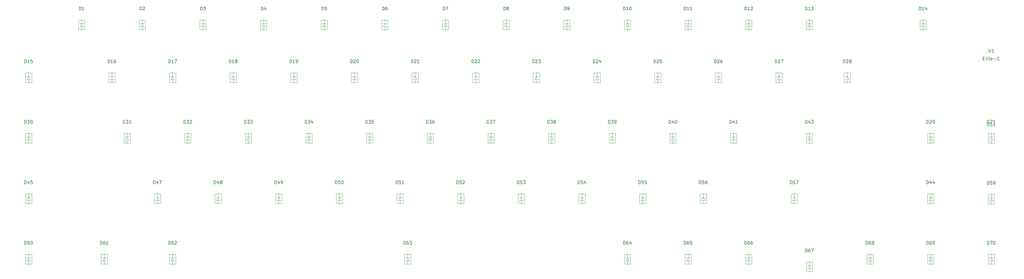
<source format=gbr>
%TF.GenerationSoftware,KiCad,Pcbnew,(5.1.12)-1*%
%TF.CreationDate,2021-12-14T15:18:04-05:00*%
%TF.ProjectId,GanJing 65 rev 2 hotswap,47616e4a-696e-4672-9036-352072657620,2*%
%TF.SameCoordinates,Original*%
%TF.FileFunction,Legend,Top*%
%TF.FilePolarity,Positive*%
%FSLAX46Y46*%
G04 Gerber Fmt 4.6, Leading zero omitted, Abs format (unit mm)*
G04 Created by KiCad (PCBNEW (5.1.12)-1) date 2021-12-14 15:18:04*
%MOMM*%
%LPD*%
G01*
G04 APERTURE LIST*
%ADD10C,0.120000*%
%ADD11C,0.150000*%
G04 APERTURE END LIST*
D10*
%TO.C,D71*%
X354276250Y-137662500D02*
X355336250Y-137662500D01*
X354806250Y-137762500D02*
X355336250Y-138712500D01*
X353806250Y-136632500D02*
X355806250Y-136632500D01*
X354806250Y-136372500D02*
X354806250Y-137662500D01*
X354276250Y-138712500D02*
X355336250Y-138712500D01*
X354806250Y-137762500D02*
X354276250Y-138712500D01*
X353806250Y-139622500D02*
X355806250Y-139622500D01*
X355806250Y-136632500D02*
X355806250Y-139622500D01*
X353806250Y-136642500D02*
X353806250Y-139612500D01*
X354806250Y-139852500D02*
X354806250Y-138712500D01*
%TO.C,D70*%
X354276250Y-175762500D02*
X355336250Y-175762500D01*
X354806250Y-175862500D02*
X355336250Y-176812500D01*
X353806250Y-174732500D02*
X355806250Y-174732500D01*
X354806250Y-174472500D02*
X354806250Y-175762500D01*
X354276250Y-176812500D02*
X355336250Y-176812500D01*
X354806250Y-175862500D02*
X354276250Y-176812500D01*
X353806250Y-177722500D02*
X355806250Y-177722500D01*
X355806250Y-174732500D02*
X355806250Y-177722500D01*
X353806250Y-174742500D02*
X353806250Y-177712500D01*
X354806250Y-177952500D02*
X354806250Y-176812500D01*
%TO.C,D69*%
X335226250Y-175762500D02*
X336286250Y-175762500D01*
X335756250Y-175862500D02*
X336286250Y-176812500D01*
X334756250Y-174732500D02*
X336756250Y-174732500D01*
X335756250Y-174472500D02*
X335756250Y-175762500D01*
X335226250Y-176812500D02*
X336286250Y-176812500D01*
X335756250Y-175862500D02*
X335226250Y-176812500D01*
X334756250Y-177722500D02*
X336756250Y-177722500D01*
X336756250Y-174732500D02*
X336756250Y-177722500D01*
X334756250Y-174742500D02*
X334756250Y-177712500D01*
X335756250Y-177952500D02*
X335756250Y-176812500D01*
%TO.C,D68*%
X316176250Y-175762500D02*
X317236250Y-175762500D01*
X316706250Y-175862500D02*
X317236250Y-176812500D01*
X315706250Y-174732500D02*
X317706250Y-174732500D01*
X316706250Y-174472500D02*
X316706250Y-175762500D01*
X316176250Y-176812500D02*
X317236250Y-176812500D01*
X316706250Y-175862500D02*
X316176250Y-176812500D01*
X315706250Y-177722500D02*
X317706250Y-177722500D01*
X317706250Y-174732500D02*
X317706250Y-177722500D01*
X315706250Y-174742500D02*
X315706250Y-177712500D01*
X316706250Y-177952500D02*
X316706250Y-176812500D01*
%TO.C,D67*%
X297126250Y-178143750D02*
X298186250Y-178143750D01*
X297656250Y-178243750D02*
X298186250Y-179193750D01*
X296656250Y-177113750D02*
X298656250Y-177113750D01*
X297656250Y-176853750D02*
X297656250Y-178143750D01*
X297126250Y-179193750D02*
X298186250Y-179193750D01*
X297656250Y-178243750D02*
X297126250Y-179193750D01*
X296656250Y-180103750D02*
X298656250Y-180103750D01*
X298656250Y-177113750D02*
X298656250Y-180103750D01*
X296656250Y-177123750D02*
X296656250Y-180093750D01*
X297656250Y-180333750D02*
X297656250Y-179193750D01*
%TO.C,D66*%
X278076250Y-175762500D02*
X279136250Y-175762500D01*
X278606250Y-175862500D02*
X279136250Y-176812500D01*
X277606250Y-174732500D02*
X279606250Y-174732500D01*
X278606250Y-174472500D02*
X278606250Y-175762500D01*
X278076250Y-176812500D02*
X279136250Y-176812500D01*
X278606250Y-175862500D02*
X278076250Y-176812500D01*
X277606250Y-177722500D02*
X279606250Y-177722500D01*
X279606250Y-174732500D02*
X279606250Y-177722500D01*
X277606250Y-174742500D02*
X277606250Y-177712500D01*
X278606250Y-177952500D02*
X278606250Y-176812500D01*
%TO.C,D65*%
X259026250Y-175762500D02*
X260086250Y-175762500D01*
X259556250Y-175862500D02*
X260086250Y-176812500D01*
X258556250Y-174732500D02*
X260556250Y-174732500D01*
X259556250Y-174472500D02*
X259556250Y-175762500D01*
X259026250Y-176812500D02*
X260086250Y-176812500D01*
X259556250Y-175862500D02*
X259026250Y-176812500D01*
X258556250Y-177722500D02*
X260556250Y-177722500D01*
X260556250Y-174732500D02*
X260556250Y-177722500D01*
X258556250Y-174742500D02*
X258556250Y-177712500D01*
X259556250Y-177952500D02*
X259556250Y-176812500D01*
%TO.C,D64*%
X239976250Y-175762500D02*
X241036250Y-175762500D01*
X240506250Y-175862500D02*
X241036250Y-176812500D01*
X239506250Y-174732500D02*
X241506250Y-174732500D01*
X240506250Y-174472500D02*
X240506250Y-175762500D01*
X239976250Y-176812500D02*
X241036250Y-176812500D01*
X240506250Y-175862500D02*
X239976250Y-176812500D01*
X239506250Y-177722500D02*
X241506250Y-177722500D01*
X241506250Y-174732500D02*
X241506250Y-177722500D01*
X239506250Y-174742500D02*
X239506250Y-177712500D01*
X240506250Y-177952500D02*
X240506250Y-176812500D01*
%TO.C,D63*%
X170920000Y-175762500D02*
X171980000Y-175762500D01*
X171450000Y-175862500D02*
X171980000Y-176812500D01*
X170450000Y-174732500D02*
X172450000Y-174732500D01*
X171450000Y-174472500D02*
X171450000Y-175762500D01*
X170920000Y-176812500D02*
X171980000Y-176812500D01*
X171450000Y-175862500D02*
X170920000Y-176812500D01*
X170450000Y-177722500D02*
X172450000Y-177722500D01*
X172450000Y-174732500D02*
X172450000Y-177722500D01*
X170450000Y-174742500D02*
X170450000Y-177712500D01*
X171450000Y-177952500D02*
X171450000Y-176812500D01*
%TO.C,D62*%
X97101250Y-175762500D02*
X98161250Y-175762500D01*
X97631250Y-175862500D02*
X98161250Y-176812500D01*
X96631250Y-174732500D02*
X98631250Y-174732500D01*
X97631250Y-174472500D02*
X97631250Y-175762500D01*
X97101250Y-176812500D02*
X98161250Y-176812500D01*
X97631250Y-175862500D02*
X97101250Y-176812500D01*
X96631250Y-177722500D02*
X98631250Y-177722500D01*
X98631250Y-174732500D02*
X98631250Y-177722500D01*
X96631250Y-174742500D02*
X96631250Y-177712500D01*
X97631250Y-177952500D02*
X97631250Y-176812500D01*
%TO.C,D61*%
X75670000Y-175762500D02*
X76730000Y-175762500D01*
X76200000Y-175862500D02*
X76730000Y-176812500D01*
X75200000Y-174732500D02*
X77200000Y-174732500D01*
X76200000Y-174472500D02*
X76200000Y-175762500D01*
X75670000Y-176812500D02*
X76730000Y-176812500D01*
X76200000Y-175862500D02*
X75670000Y-176812500D01*
X75200000Y-177722500D02*
X77200000Y-177722500D01*
X77200000Y-174732500D02*
X77200000Y-177722500D01*
X75200000Y-174742500D02*
X75200000Y-177712500D01*
X76200000Y-177952500D02*
X76200000Y-176812500D01*
%TO.C,D60*%
X51857500Y-175762500D02*
X52917500Y-175762500D01*
X52387500Y-175862500D02*
X52917500Y-176812500D01*
X51387500Y-174732500D02*
X53387500Y-174732500D01*
X52387500Y-174472500D02*
X52387500Y-175762500D01*
X51857500Y-176812500D02*
X52917500Y-176812500D01*
X52387500Y-175862500D02*
X51857500Y-176812500D01*
X51387500Y-177722500D02*
X53387500Y-177722500D01*
X53387500Y-174732500D02*
X53387500Y-177722500D01*
X51387500Y-174742500D02*
X51387500Y-177712500D01*
X52387500Y-177952500D02*
X52387500Y-176812500D01*
%TO.C,D59*%
X354276250Y-156871250D02*
X355336250Y-156871250D01*
X354806250Y-156971250D02*
X355336250Y-157921250D01*
X353806250Y-155841250D02*
X355806250Y-155841250D01*
X354806250Y-155581250D02*
X354806250Y-156871250D01*
X354276250Y-157921250D02*
X355336250Y-157921250D01*
X354806250Y-156971250D02*
X354276250Y-157921250D01*
X353806250Y-158831250D02*
X355806250Y-158831250D01*
X355806250Y-155841250D02*
X355806250Y-158831250D01*
X353806250Y-155851250D02*
X353806250Y-158821250D01*
X354806250Y-159061250D02*
X354806250Y-157921250D01*
%TO.C,D57*%
X292363750Y-156712500D02*
X293423750Y-156712500D01*
X292893750Y-156812500D02*
X293423750Y-157762500D01*
X291893750Y-155682500D02*
X293893750Y-155682500D01*
X292893750Y-155422500D02*
X292893750Y-156712500D01*
X292363750Y-157762500D02*
X293423750Y-157762500D01*
X292893750Y-156812500D02*
X292363750Y-157762500D01*
X291893750Y-158672500D02*
X293893750Y-158672500D01*
X293893750Y-155682500D02*
X293893750Y-158672500D01*
X291893750Y-155692500D02*
X291893750Y-158662500D01*
X292893750Y-158902500D02*
X292893750Y-157762500D01*
%TO.C,D56*%
X263788750Y-156712500D02*
X264848750Y-156712500D01*
X264318750Y-156812500D02*
X264848750Y-157762500D01*
X263318750Y-155682500D02*
X265318750Y-155682500D01*
X264318750Y-155422500D02*
X264318750Y-156712500D01*
X263788750Y-157762500D02*
X264848750Y-157762500D01*
X264318750Y-156812500D02*
X263788750Y-157762500D01*
X263318750Y-158672500D02*
X265318750Y-158672500D01*
X265318750Y-155682500D02*
X265318750Y-158672500D01*
X263318750Y-155692500D02*
X263318750Y-158662500D01*
X264318750Y-158902500D02*
X264318750Y-157762500D01*
%TO.C,D55*%
X244738750Y-156712500D02*
X245798750Y-156712500D01*
X245268750Y-156812500D02*
X245798750Y-157762500D01*
X244268750Y-155682500D02*
X246268750Y-155682500D01*
X245268750Y-155422500D02*
X245268750Y-156712500D01*
X244738750Y-157762500D02*
X245798750Y-157762500D01*
X245268750Y-156812500D02*
X244738750Y-157762500D01*
X244268750Y-158672500D02*
X246268750Y-158672500D01*
X246268750Y-155682500D02*
X246268750Y-158672500D01*
X244268750Y-155692500D02*
X244268750Y-158662500D01*
X245268750Y-158902500D02*
X245268750Y-157762500D01*
%TO.C,D54*%
X225688750Y-156712500D02*
X226748750Y-156712500D01*
X226218750Y-156812500D02*
X226748750Y-157762500D01*
X225218750Y-155682500D02*
X227218750Y-155682500D01*
X226218750Y-155422500D02*
X226218750Y-156712500D01*
X225688750Y-157762500D02*
X226748750Y-157762500D01*
X226218750Y-156812500D02*
X225688750Y-157762500D01*
X225218750Y-158672500D02*
X227218750Y-158672500D01*
X227218750Y-155682500D02*
X227218750Y-158672500D01*
X225218750Y-155692500D02*
X225218750Y-158662500D01*
X226218750Y-158902500D02*
X226218750Y-157762500D01*
%TO.C,D53*%
X206638750Y-156712500D02*
X207698750Y-156712500D01*
X207168750Y-156812500D02*
X207698750Y-157762500D01*
X206168750Y-155682500D02*
X208168750Y-155682500D01*
X207168750Y-155422500D02*
X207168750Y-156712500D01*
X206638750Y-157762500D02*
X207698750Y-157762500D01*
X207168750Y-156812500D02*
X206638750Y-157762500D01*
X206168750Y-158672500D02*
X208168750Y-158672500D01*
X208168750Y-155682500D02*
X208168750Y-158672500D01*
X206168750Y-155692500D02*
X206168750Y-158662500D01*
X207168750Y-158902500D02*
X207168750Y-157762500D01*
%TO.C,D52*%
X187588750Y-156712500D02*
X188648750Y-156712500D01*
X188118750Y-156812500D02*
X188648750Y-157762500D01*
X187118750Y-155682500D02*
X189118750Y-155682500D01*
X188118750Y-155422500D02*
X188118750Y-156712500D01*
X187588750Y-157762500D02*
X188648750Y-157762500D01*
X188118750Y-156812500D02*
X187588750Y-157762500D01*
X187118750Y-158672500D02*
X189118750Y-158672500D01*
X189118750Y-155682500D02*
X189118750Y-158672500D01*
X187118750Y-155692500D02*
X187118750Y-158662500D01*
X188118750Y-158902500D02*
X188118750Y-157762500D01*
%TO.C,D51*%
X168538750Y-156712500D02*
X169598750Y-156712500D01*
X169068750Y-156812500D02*
X169598750Y-157762500D01*
X168068750Y-155682500D02*
X170068750Y-155682500D01*
X169068750Y-155422500D02*
X169068750Y-156712500D01*
X168538750Y-157762500D02*
X169598750Y-157762500D01*
X169068750Y-156812500D02*
X168538750Y-157762500D01*
X168068750Y-158672500D02*
X170068750Y-158672500D01*
X170068750Y-155682500D02*
X170068750Y-158672500D01*
X168068750Y-155692500D02*
X168068750Y-158662500D01*
X169068750Y-158902500D02*
X169068750Y-157762500D01*
%TO.C,D50*%
X149488750Y-156712500D02*
X150548750Y-156712500D01*
X150018750Y-156812500D02*
X150548750Y-157762500D01*
X149018750Y-155682500D02*
X151018750Y-155682500D01*
X150018750Y-155422500D02*
X150018750Y-156712500D01*
X149488750Y-157762500D02*
X150548750Y-157762500D01*
X150018750Y-156812500D02*
X149488750Y-157762500D01*
X149018750Y-158672500D02*
X151018750Y-158672500D01*
X151018750Y-155682500D02*
X151018750Y-158672500D01*
X149018750Y-155692500D02*
X149018750Y-158662500D01*
X150018750Y-158902500D02*
X150018750Y-157762500D01*
%TO.C,D49*%
X130438750Y-156712500D02*
X131498750Y-156712500D01*
X130968750Y-156812500D02*
X131498750Y-157762500D01*
X129968750Y-155682500D02*
X131968750Y-155682500D01*
X130968750Y-155422500D02*
X130968750Y-156712500D01*
X130438750Y-157762500D02*
X131498750Y-157762500D01*
X130968750Y-156812500D02*
X130438750Y-157762500D01*
X129968750Y-158672500D02*
X131968750Y-158672500D01*
X131968750Y-155682500D02*
X131968750Y-158672500D01*
X129968750Y-155692500D02*
X129968750Y-158662500D01*
X130968750Y-158902500D02*
X130968750Y-157762500D01*
%TO.C,D48*%
X111388750Y-156712500D02*
X112448750Y-156712500D01*
X111918750Y-156812500D02*
X112448750Y-157762500D01*
X110918750Y-155682500D02*
X112918750Y-155682500D01*
X111918750Y-155422500D02*
X111918750Y-156712500D01*
X111388750Y-157762500D02*
X112448750Y-157762500D01*
X111918750Y-156812500D02*
X111388750Y-157762500D01*
X110918750Y-158672500D02*
X112918750Y-158672500D01*
X112918750Y-155682500D02*
X112918750Y-158672500D01*
X110918750Y-155692500D02*
X110918750Y-158662500D01*
X111918750Y-158902500D02*
X111918750Y-157762500D01*
%TO.C,D47*%
X92338750Y-156712500D02*
X93398750Y-156712500D01*
X92868750Y-156812500D02*
X93398750Y-157762500D01*
X91868750Y-155682500D02*
X93868750Y-155682500D01*
X92868750Y-155422500D02*
X92868750Y-156712500D01*
X92338750Y-157762500D02*
X93398750Y-157762500D01*
X92868750Y-156812500D02*
X92338750Y-157762500D01*
X91868750Y-158672500D02*
X93868750Y-158672500D01*
X93868750Y-155682500D02*
X93868750Y-158672500D01*
X91868750Y-155692500D02*
X91868750Y-158662500D01*
X92868750Y-158902500D02*
X92868750Y-157762500D01*
%TO.C,D45*%
X51857500Y-156712500D02*
X52917500Y-156712500D01*
X52387500Y-156812500D02*
X52917500Y-157762500D01*
X51387500Y-155682500D02*
X53387500Y-155682500D01*
X52387500Y-155422500D02*
X52387500Y-156712500D01*
X51857500Y-157762500D02*
X52917500Y-157762500D01*
X52387500Y-156812500D02*
X51857500Y-157762500D01*
X51387500Y-158672500D02*
X53387500Y-158672500D01*
X53387500Y-155682500D02*
X53387500Y-158672500D01*
X51387500Y-155692500D02*
X51387500Y-158662500D01*
X52387500Y-158902500D02*
X52387500Y-157762500D01*
%TO.C,D44*%
X335226250Y-156712500D02*
X336286250Y-156712500D01*
X335756250Y-156812500D02*
X336286250Y-157762500D01*
X334756250Y-155682500D02*
X336756250Y-155682500D01*
X335756250Y-155422500D02*
X335756250Y-156712500D01*
X335226250Y-157762500D02*
X336286250Y-157762500D01*
X335756250Y-156812500D02*
X335226250Y-157762500D01*
X334756250Y-158672500D02*
X336756250Y-158672500D01*
X336756250Y-155682500D02*
X336756250Y-158672500D01*
X334756250Y-155692500D02*
X334756250Y-158662500D01*
X335756250Y-158902500D02*
X335756250Y-157762500D01*
%TO.C,D43*%
X297126250Y-137662500D02*
X298186250Y-137662500D01*
X297656250Y-137762500D02*
X298186250Y-138712500D01*
X296656250Y-136632500D02*
X298656250Y-136632500D01*
X297656250Y-136372500D02*
X297656250Y-137662500D01*
X297126250Y-138712500D02*
X298186250Y-138712500D01*
X297656250Y-137762500D02*
X297126250Y-138712500D01*
X296656250Y-139622500D02*
X298656250Y-139622500D01*
X298656250Y-136632500D02*
X298656250Y-139622500D01*
X296656250Y-136642500D02*
X296656250Y-139612500D01*
X297656250Y-139852500D02*
X297656250Y-138712500D01*
%TO.C,D41*%
X273313750Y-137662500D02*
X274373750Y-137662500D01*
X273843750Y-137762500D02*
X274373750Y-138712500D01*
X272843750Y-136632500D02*
X274843750Y-136632500D01*
X273843750Y-136372500D02*
X273843750Y-137662500D01*
X273313750Y-138712500D02*
X274373750Y-138712500D01*
X273843750Y-137762500D02*
X273313750Y-138712500D01*
X272843750Y-139622500D02*
X274843750Y-139622500D01*
X274843750Y-136632500D02*
X274843750Y-139622500D01*
X272843750Y-136642500D02*
X272843750Y-139612500D01*
X273843750Y-139852500D02*
X273843750Y-138712500D01*
%TO.C,D40*%
X254263750Y-137662500D02*
X255323750Y-137662500D01*
X254793750Y-137762500D02*
X255323750Y-138712500D01*
X253793750Y-136632500D02*
X255793750Y-136632500D01*
X254793750Y-136372500D02*
X254793750Y-137662500D01*
X254263750Y-138712500D02*
X255323750Y-138712500D01*
X254793750Y-137762500D02*
X254263750Y-138712500D01*
X253793750Y-139622500D02*
X255793750Y-139622500D01*
X255793750Y-136632500D02*
X255793750Y-139622500D01*
X253793750Y-136642500D02*
X253793750Y-139612500D01*
X254793750Y-139852500D02*
X254793750Y-138712500D01*
%TO.C,D39*%
X235213750Y-137662500D02*
X236273750Y-137662500D01*
X235743750Y-137762500D02*
X236273750Y-138712500D01*
X234743750Y-136632500D02*
X236743750Y-136632500D01*
X235743750Y-136372500D02*
X235743750Y-137662500D01*
X235213750Y-138712500D02*
X236273750Y-138712500D01*
X235743750Y-137762500D02*
X235213750Y-138712500D01*
X234743750Y-139622500D02*
X236743750Y-139622500D01*
X236743750Y-136632500D02*
X236743750Y-139622500D01*
X234743750Y-136642500D02*
X234743750Y-139612500D01*
X235743750Y-139852500D02*
X235743750Y-138712500D01*
%TO.C,D38*%
X216163750Y-137662500D02*
X217223750Y-137662500D01*
X216693750Y-137762500D02*
X217223750Y-138712500D01*
X215693750Y-136632500D02*
X217693750Y-136632500D01*
X216693750Y-136372500D02*
X216693750Y-137662500D01*
X216163750Y-138712500D02*
X217223750Y-138712500D01*
X216693750Y-137762500D02*
X216163750Y-138712500D01*
X215693750Y-139622500D02*
X217693750Y-139622500D01*
X217693750Y-136632500D02*
X217693750Y-139622500D01*
X215693750Y-136642500D02*
X215693750Y-139612500D01*
X216693750Y-139852500D02*
X216693750Y-138712500D01*
%TO.C,D37*%
X197113750Y-137662500D02*
X198173750Y-137662500D01*
X197643750Y-137762500D02*
X198173750Y-138712500D01*
X196643750Y-136632500D02*
X198643750Y-136632500D01*
X197643750Y-136372500D02*
X197643750Y-137662500D01*
X197113750Y-138712500D02*
X198173750Y-138712500D01*
X197643750Y-137762500D02*
X197113750Y-138712500D01*
X196643750Y-139622500D02*
X198643750Y-139622500D01*
X198643750Y-136632500D02*
X198643750Y-139622500D01*
X196643750Y-136642500D02*
X196643750Y-139612500D01*
X197643750Y-139852500D02*
X197643750Y-138712500D01*
%TO.C,D36*%
X178063750Y-137662500D02*
X179123750Y-137662500D01*
X178593750Y-137762500D02*
X179123750Y-138712500D01*
X177593750Y-136632500D02*
X179593750Y-136632500D01*
X178593750Y-136372500D02*
X178593750Y-137662500D01*
X178063750Y-138712500D02*
X179123750Y-138712500D01*
X178593750Y-137762500D02*
X178063750Y-138712500D01*
X177593750Y-139622500D02*
X179593750Y-139622500D01*
X179593750Y-136632500D02*
X179593750Y-139622500D01*
X177593750Y-136642500D02*
X177593750Y-139612500D01*
X178593750Y-139852500D02*
X178593750Y-138712500D01*
%TO.C,D35*%
X159013750Y-137662500D02*
X160073750Y-137662500D01*
X159543750Y-137762500D02*
X160073750Y-138712500D01*
X158543750Y-136632500D02*
X160543750Y-136632500D01*
X159543750Y-136372500D02*
X159543750Y-137662500D01*
X159013750Y-138712500D02*
X160073750Y-138712500D01*
X159543750Y-137762500D02*
X159013750Y-138712500D01*
X158543750Y-139622500D02*
X160543750Y-139622500D01*
X160543750Y-136632500D02*
X160543750Y-139622500D01*
X158543750Y-136642500D02*
X158543750Y-139612500D01*
X159543750Y-139852500D02*
X159543750Y-138712500D01*
%TO.C,D34*%
X139963750Y-137662500D02*
X141023750Y-137662500D01*
X140493750Y-137762500D02*
X141023750Y-138712500D01*
X139493750Y-136632500D02*
X141493750Y-136632500D01*
X140493750Y-136372500D02*
X140493750Y-137662500D01*
X139963750Y-138712500D02*
X141023750Y-138712500D01*
X140493750Y-137762500D02*
X139963750Y-138712500D01*
X139493750Y-139622500D02*
X141493750Y-139622500D01*
X141493750Y-136632500D02*
X141493750Y-139622500D01*
X139493750Y-136642500D02*
X139493750Y-139612500D01*
X140493750Y-139852500D02*
X140493750Y-138712500D01*
%TO.C,D33*%
X120913750Y-137662500D02*
X121973750Y-137662500D01*
X121443750Y-137762500D02*
X121973750Y-138712500D01*
X120443750Y-136632500D02*
X122443750Y-136632500D01*
X121443750Y-136372500D02*
X121443750Y-137662500D01*
X120913750Y-138712500D02*
X121973750Y-138712500D01*
X121443750Y-137762500D02*
X120913750Y-138712500D01*
X120443750Y-139622500D02*
X122443750Y-139622500D01*
X122443750Y-136632500D02*
X122443750Y-139622500D01*
X120443750Y-136642500D02*
X120443750Y-139612500D01*
X121443750Y-139852500D02*
X121443750Y-138712500D01*
%TO.C,D32*%
X101863750Y-137662500D02*
X102923750Y-137662500D01*
X102393750Y-137762500D02*
X102923750Y-138712500D01*
X101393750Y-136632500D02*
X103393750Y-136632500D01*
X102393750Y-136372500D02*
X102393750Y-137662500D01*
X101863750Y-138712500D02*
X102923750Y-138712500D01*
X102393750Y-137762500D02*
X101863750Y-138712500D01*
X101393750Y-139622500D02*
X103393750Y-139622500D01*
X103393750Y-136632500D02*
X103393750Y-139622500D01*
X101393750Y-136642500D02*
X101393750Y-139612500D01*
X102393750Y-139852500D02*
X102393750Y-138712500D01*
%TO.C,D31*%
X82813750Y-137662500D02*
X83873750Y-137662500D01*
X83343750Y-137762500D02*
X83873750Y-138712500D01*
X82343750Y-136632500D02*
X84343750Y-136632500D01*
X83343750Y-136372500D02*
X83343750Y-137662500D01*
X82813750Y-138712500D02*
X83873750Y-138712500D01*
X83343750Y-137762500D02*
X82813750Y-138712500D01*
X82343750Y-139622500D02*
X84343750Y-139622500D01*
X84343750Y-136632500D02*
X84343750Y-139622500D01*
X82343750Y-136642500D02*
X82343750Y-139612500D01*
X83343750Y-139852500D02*
X83343750Y-138712500D01*
%TO.C,D30*%
X51857500Y-137662500D02*
X52917500Y-137662500D01*
X52387500Y-137762500D02*
X52917500Y-138712500D01*
X51387500Y-136632500D02*
X53387500Y-136632500D01*
X52387500Y-136372500D02*
X52387500Y-137662500D01*
X51857500Y-138712500D02*
X52917500Y-138712500D01*
X52387500Y-137762500D02*
X51857500Y-138712500D01*
X51387500Y-139622500D02*
X53387500Y-139622500D01*
X53387500Y-136632500D02*
X53387500Y-139622500D01*
X51387500Y-136642500D02*
X51387500Y-139612500D01*
X52387500Y-139852500D02*
X52387500Y-138712500D01*
%TO.C,D29*%
X335226250Y-137662500D02*
X336286250Y-137662500D01*
X335756250Y-137762500D02*
X336286250Y-138712500D01*
X334756250Y-136632500D02*
X336756250Y-136632500D01*
X335756250Y-136372500D02*
X335756250Y-137662500D01*
X335226250Y-138712500D02*
X336286250Y-138712500D01*
X335756250Y-137762500D02*
X335226250Y-138712500D01*
X334756250Y-139622500D02*
X336756250Y-139622500D01*
X336756250Y-136632500D02*
X336756250Y-139622500D01*
X334756250Y-136642500D02*
X334756250Y-139612500D01*
X335756250Y-139852500D02*
X335756250Y-138712500D01*
%TO.C,D28*%
X309032500Y-118612500D02*
X310092500Y-118612500D01*
X309562500Y-118712500D02*
X310092500Y-119662500D01*
X308562500Y-117582500D02*
X310562500Y-117582500D01*
X309562500Y-117322500D02*
X309562500Y-118612500D01*
X309032500Y-119662500D02*
X310092500Y-119662500D01*
X309562500Y-118712500D02*
X309032500Y-119662500D01*
X308562500Y-120572500D02*
X310562500Y-120572500D01*
X310562500Y-117582500D02*
X310562500Y-120572500D01*
X308562500Y-117592500D02*
X308562500Y-120562500D01*
X309562500Y-120802500D02*
X309562500Y-119662500D01*
%TO.C,D27*%
X287601250Y-118612500D02*
X288661250Y-118612500D01*
X288131250Y-118712500D02*
X288661250Y-119662500D01*
X287131250Y-117582500D02*
X289131250Y-117582500D01*
X288131250Y-117322500D02*
X288131250Y-118612500D01*
X287601250Y-119662500D02*
X288661250Y-119662500D01*
X288131250Y-118712500D02*
X287601250Y-119662500D01*
X287131250Y-120572500D02*
X289131250Y-120572500D01*
X289131250Y-117582500D02*
X289131250Y-120572500D01*
X287131250Y-117592500D02*
X287131250Y-120562500D01*
X288131250Y-120802500D02*
X288131250Y-119662500D01*
%TO.C,D26*%
X268551250Y-118612500D02*
X269611250Y-118612500D01*
X269081250Y-118712500D02*
X269611250Y-119662500D01*
X268081250Y-117582500D02*
X270081250Y-117582500D01*
X269081250Y-117322500D02*
X269081250Y-118612500D01*
X268551250Y-119662500D02*
X269611250Y-119662500D01*
X269081250Y-118712500D02*
X268551250Y-119662500D01*
X268081250Y-120572500D02*
X270081250Y-120572500D01*
X270081250Y-117582500D02*
X270081250Y-120572500D01*
X268081250Y-117592500D02*
X268081250Y-120562500D01*
X269081250Y-120802500D02*
X269081250Y-119662500D01*
%TO.C,D25*%
X249501250Y-118612500D02*
X250561250Y-118612500D01*
X250031250Y-118712500D02*
X250561250Y-119662500D01*
X249031250Y-117582500D02*
X251031250Y-117582500D01*
X250031250Y-117322500D02*
X250031250Y-118612500D01*
X249501250Y-119662500D02*
X250561250Y-119662500D01*
X250031250Y-118712500D02*
X249501250Y-119662500D01*
X249031250Y-120572500D02*
X251031250Y-120572500D01*
X251031250Y-117582500D02*
X251031250Y-120572500D01*
X249031250Y-117592500D02*
X249031250Y-120562500D01*
X250031250Y-120802500D02*
X250031250Y-119662500D01*
%TO.C,D24*%
X230451250Y-118612500D02*
X231511250Y-118612500D01*
X230981250Y-118712500D02*
X231511250Y-119662500D01*
X229981250Y-117582500D02*
X231981250Y-117582500D01*
X230981250Y-117322500D02*
X230981250Y-118612500D01*
X230451250Y-119662500D02*
X231511250Y-119662500D01*
X230981250Y-118712500D02*
X230451250Y-119662500D01*
X229981250Y-120572500D02*
X231981250Y-120572500D01*
X231981250Y-117582500D02*
X231981250Y-120572500D01*
X229981250Y-117592500D02*
X229981250Y-120562500D01*
X230981250Y-120802500D02*
X230981250Y-119662500D01*
%TO.C,D23*%
X211401250Y-118612500D02*
X212461250Y-118612500D01*
X211931250Y-118712500D02*
X212461250Y-119662500D01*
X210931250Y-117582500D02*
X212931250Y-117582500D01*
X211931250Y-117322500D02*
X211931250Y-118612500D01*
X211401250Y-119662500D02*
X212461250Y-119662500D01*
X211931250Y-118712500D02*
X211401250Y-119662500D01*
X210931250Y-120572500D02*
X212931250Y-120572500D01*
X212931250Y-117582500D02*
X212931250Y-120572500D01*
X210931250Y-117592500D02*
X210931250Y-120562500D01*
X211931250Y-120802500D02*
X211931250Y-119662500D01*
%TO.C,D22*%
X192351250Y-118612500D02*
X193411250Y-118612500D01*
X192881250Y-118712500D02*
X193411250Y-119662500D01*
X191881250Y-117582500D02*
X193881250Y-117582500D01*
X192881250Y-117322500D02*
X192881250Y-118612500D01*
X192351250Y-119662500D02*
X193411250Y-119662500D01*
X192881250Y-118712500D02*
X192351250Y-119662500D01*
X191881250Y-120572500D02*
X193881250Y-120572500D01*
X193881250Y-117582500D02*
X193881250Y-120572500D01*
X191881250Y-117592500D02*
X191881250Y-120562500D01*
X192881250Y-120802500D02*
X192881250Y-119662500D01*
%TO.C,D21*%
X173301250Y-118612500D02*
X174361250Y-118612500D01*
X173831250Y-118712500D02*
X174361250Y-119662500D01*
X172831250Y-117582500D02*
X174831250Y-117582500D01*
X173831250Y-117322500D02*
X173831250Y-118612500D01*
X173301250Y-119662500D02*
X174361250Y-119662500D01*
X173831250Y-118712500D02*
X173301250Y-119662500D01*
X172831250Y-120572500D02*
X174831250Y-120572500D01*
X174831250Y-117582500D02*
X174831250Y-120572500D01*
X172831250Y-117592500D02*
X172831250Y-120562500D01*
X173831250Y-120802500D02*
X173831250Y-119662500D01*
%TO.C,D20*%
X154251250Y-118612500D02*
X155311250Y-118612500D01*
X154781250Y-118712500D02*
X155311250Y-119662500D01*
X153781250Y-117582500D02*
X155781250Y-117582500D01*
X154781250Y-117322500D02*
X154781250Y-118612500D01*
X154251250Y-119662500D02*
X155311250Y-119662500D01*
X154781250Y-118712500D02*
X154251250Y-119662500D01*
X153781250Y-120572500D02*
X155781250Y-120572500D01*
X155781250Y-117582500D02*
X155781250Y-120572500D01*
X153781250Y-117592500D02*
X153781250Y-120562500D01*
X154781250Y-120802500D02*
X154781250Y-119662500D01*
%TO.C,D19*%
X135201250Y-118612500D02*
X136261250Y-118612500D01*
X135731250Y-118712500D02*
X136261250Y-119662500D01*
X134731250Y-117582500D02*
X136731250Y-117582500D01*
X135731250Y-117322500D02*
X135731250Y-118612500D01*
X135201250Y-119662500D02*
X136261250Y-119662500D01*
X135731250Y-118712500D02*
X135201250Y-119662500D01*
X134731250Y-120572500D02*
X136731250Y-120572500D01*
X136731250Y-117582500D02*
X136731250Y-120572500D01*
X134731250Y-117592500D02*
X134731250Y-120562500D01*
X135731250Y-120802500D02*
X135731250Y-119662500D01*
%TO.C,D18*%
X116151250Y-118612500D02*
X117211250Y-118612500D01*
X116681250Y-118712500D02*
X117211250Y-119662500D01*
X115681250Y-117582500D02*
X117681250Y-117582500D01*
X116681250Y-117322500D02*
X116681250Y-118612500D01*
X116151250Y-119662500D02*
X117211250Y-119662500D01*
X116681250Y-118712500D02*
X116151250Y-119662500D01*
X115681250Y-120572500D02*
X117681250Y-120572500D01*
X117681250Y-117582500D02*
X117681250Y-120572500D01*
X115681250Y-117592500D02*
X115681250Y-120562500D01*
X116681250Y-120802500D02*
X116681250Y-119662500D01*
%TO.C,D17*%
X97101250Y-118612500D02*
X98161250Y-118612500D01*
X97631250Y-118712500D02*
X98161250Y-119662500D01*
X96631250Y-117582500D02*
X98631250Y-117582500D01*
X97631250Y-117322500D02*
X97631250Y-118612500D01*
X97101250Y-119662500D02*
X98161250Y-119662500D01*
X97631250Y-118712500D02*
X97101250Y-119662500D01*
X96631250Y-120572500D02*
X98631250Y-120572500D01*
X98631250Y-117582500D02*
X98631250Y-120572500D01*
X96631250Y-117592500D02*
X96631250Y-120562500D01*
X97631250Y-120802500D02*
X97631250Y-119662500D01*
%TO.C,D16*%
X78051250Y-118612500D02*
X79111250Y-118612500D01*
X78581250Y-118712500D02*
X79111250Y-119662500D01*
X77581250Y-117582500D02*
X79581250Y-117582500D01*
X78581250Y-117322500D02*
X78581250Y-118612500D01*
X78051250Y-119662500D02*
X79111250Y-119662500D01*
X78581250Y-118712500D02*
X78051250Y-119662500D01*
X77581250Y-120572500D02*
X79581250Y-120572500D01*
X79581250Y-117582500D02*
X79581250Y-120572500D01*
X77581250Y-117592500D02*
X77581250Y-120562500D01*
X78581250Y-120802500D02*
X78581250Y-119662500D01*
%TO.C,D15*%
X51857500Y-118612500D02*
X52917500Y-118612500D01*
X52387500Y-118712500D02*
X52917500Y-119662500D01*
X51387500Y-117582500D02*
X53387500Y-117582500D01*
X52387500Y-117322500D02*
X52387500Y-118612500D01*
X51857500Y-119662500D02*
X52917500Y-119662500D01*
X52387500Y-118712500D02*
X51857500Y-119662500D01*
X51387500Y-120572500D02*
X53387500Y-120572500D01*
X53387500Y-117582500D02*
X53387500Y-120572500D01*
X51387500Y-117592500D02*
X51387500Y-120562500D01*
X52387500Y-120802500D02*
X52387500Y-119662500D01*
%TO.C,D14*%
X332845000Y-101943750D02*
X333905000Y-101943750D01*
X333375000Y-102043750D02*
X333905000Y-102993750D01*
X332375000Y-100913750D02*
X334375000Y-100913750D01*
X333375000Y-100653750D02*
X333375000Y-101943750D01*
X332845000Y-102993750D02*
X333905000Y-102993750D01*
X333375000Y-102043750D02*
X332845000Y-102993750D01*
X332375000Y-103903750D02*
X334375000Y-103903750D01*
X334375000Y-100913750D02*
X334375000Y-103903750D01*
X332375000Y-100923750D02*
X332375000Y-103893750D01*
X333375000Y-104133750D02*
X333375000Y-102993750D01*
%TO.C,D13*%
X297126250Y-101943750D02*
X298186250Y-101943750D01*
X297656250Y-102043750D02*
X298186250Y-102993750D01*
X296656250Y-100913750D02*
X298656250Y-100913750D01*
X297656250Y-100653750D02*
X297656250Y-101943750D01*
X297126250Y-102993750D02*
X298186250Y-102993750D01*
X297656250Y-102043750D02*
X297126250Y-102993750D01*
X296656250Y-103903750D02*
X298656250Y-103903750D01*
X298656250Y-100913750D02*
X298656250Y-103903750D01*
X296656250Y-100923750D02*
X296656250Y-103893750D01*
X297656250Y-104133750D02*
X297656250Y-102993750D01*
%TO.C,D12*%
X278076250Y-101943750D02*
X279136250Y-101943750D01*
X278606250Y-102043750D02*
X279136250Y-102993750D01*
X277606250Y-100913750D02*
X279606250Y-100913750D01*
X278606250Y-100653750D02*
X278606250Y-101943750D01*
X278076250Y-102993750D02*
X279136250Y-102993750D01*
X278606250Y-102043750D02*
X278076250Y-102993750D01*
X277606250Y-103903750D02*
X279606250Y-103903750D01*
X279606250Y-100913750D02*
X279606250Y-103903750D01*
X277606250Y-100923750D02*
X277606250Y-103893750D01*
X278606250Y-104133750D02*
X278606250Y-102993750D01*
%TO.C,D11*%
X259026250Y-101943750D02*
X260086250Y-101943750D01*
X259556250Y-102043750D02*
X260086250Y-102993750D01*
X258556250Y-100913750D02*
X260556250Y-100913750D01*
X259556250Y-100653750D02*
X259556250Y-101943750D01*
X259026250Y-102993750D02*
X260086250Y-102993750D01*
X259556250Y-102043750D02*
X259026250Y-102993750D01*
X258556250Y-103903750D02*
X260556250Y-103903750D01*
X260556250Y-100913750D02*
X260556250Y-103903750D01*
X258556250Y-100923750D02*
X258556250Y-103893750D01*
X259556250Y-104133750D02*
X259556250Y-102993750D01*
%TO.C,D10*%
X239976250Y-101943750D02*
X241036250Y-101943750D01*
X240506250Y-102043750D02*
X241036250Y-102993750D01*
X239506250Y-100913750D02*
X241506250Y-100913750D01*
X240506250Y-100653750D02*
X240506250Y-101943750D01*
X239976250Y-102993750D02*
X241036250Y-102993750D01*
X240506250Y-102043750D02*
X239976250Y-102993750D01*
X239506250Y-103903750D02*
X241506250Y-103903750D01*
X241506250Y-100913750D02*
X241506250Y-103903750D01*
X239506250Y-100923750D02*
X239506250Y-103893750D01*
X240506250Y-104133750D02*
X240506250Y-102993750D01*
%TO.C,D9*%
X220926250Y-101943750D02*
X221986250Y-101943750D01*
X221456250Y-102043750D02*
X221986250Y-102993750D01*
X220456250Y-100913750D02*
X222456250Y-100913750D01*
X221456250Y-100653750D02*
X221456250Y-101943750D01*
X220926250Y-102993750D02*
X221986250Y-102993750D01*
X221456250Y-102043750D02*
X220926250Y-102993750D01*
X220456250Y-103903750D02*
X222456250Y-103903750D01*
X222456250Y-100913750D02*
X222456250Y-103903750D01*
X220456250Y-100923750D02*
X220456250Y-103893750D01*
X221456250Y-104133750D02*
X221456250Y-102993750D01*
%TO.C,D8*%
X201876250Y-101943750D02*
X202936250Y-101943750D01*
X202406250Y-102043750D02*
X202936250Y-102993750D01*
X201406250Y-100913750D02*
X203406250Y-100913750D01*
X202406250Y-100653750D02*
X202406250Y-101943750D01*
X201876250Y-102993750D02*
X202936250Y-102993750D01*
X202406250Y-102043750D02*
X201876250Y-102993750D01*
X201406250Y-103903750D02*
X203406250Y-103903750D01*
X203406250Y-100913750D02*
X203406250Y-103903750D01*
X201406250Y-100923750D02*
X201406250Y-103893750D01*
X202406250Y-104133750D02*
X202406250Y-102993750D01*
%TO.C,D7*%
X182826250Y-101943750D02*
X183886250Y-101943750D01*
X183356250Y-102043750D02*
X183886250Y-102993750D01*
X182356250Y-100913750D02*
X184356250Y-100913750D01*
X183356250Y-100653750D02*
X183356250Y-101943750D01*
X182826250Y-102993750D02*
X183886250Y-102993750D01*
X183356250Y-102043750D02*
X182826250Y-102993750D01*
X182356250Y-103903750D02*
X184356250Y-103903750D01*
X184356250Y-100913750D02*
X184356250Y-103903750D01*
X182356250Y-100923750D02*
X182356250Y-103893750D01*
X183356250Y-104133750D02*
X183356250Y-102993750D01*
%TO.C,D6*%
X163776250Y-101943750D02*
X164836250Y-101943750D01*
X164306250Y-102043750D02*
X164836250Y-102993750D01*
X163306250Y-100913750D02*
X165306250Y-100913750D01*
X164306250Y-100653750D02*
X164306250Y-101943750D01*
X163776250Y-102993750D02*
X164836250Y-102993750D01*
X164306250Y-102043750D02*
X163776250Y-102993750D01*
X163306250Y-103903750D02*
X165306250Y-103903750D01*
X165306250Y-100913750D02*
X165306250Y-103903750D01*
X163306250Y-100923750D02*
X163306250Y-103893750D01*
X164306250Y-104133750D02*
X164306250Y-102993750D01*
%TO.C,D5*%
X144726250Y-101943750D02*
X145786250Y-101943750D01*
X145256250Y-102043750D02*
X145786250Y-102993750D01*
X144256250Y-100913750D02*
X146256250Y-100913750D01*
X145256250Y-100653750D02*
X145256250Y-101943750D01*
X144726250Y-102993750D02*
X145786250Y-102993750D01*
X145256250Y-102043750D02*
X144726250Y-102993750D01*
X144256250Y-103903750D02*
X146256250Y-103903750D01*
X146256250Y-100913750D02*
X146256250Y-103903750D01*
X144256250Y-100923750D02*
X144256250Y-103893750D01*
X145256250Y-104133750D02*
X145256250Y-102993750D01*
%TO.C,D4*%
X125676250Y-101943750D02*
X126736250Y-101943750D01*
X126206250Y-102043750D02*
X126736250Y-102993750D01*
X125206250Y-100913750D02*
X127206250Y-100913750D01*
X126206250Y-100653750D02*
X126206250Y-101943750D01*
X125676250Y-102993750D02*
X126736250Y-102993750D01*
X126206250Y-102043750D02*
X125676250Y-102993750D01*
X125206250Y-103903750D02*
X127206250Y-103903750D01*
X127206250Y-100913750D02*
X127206250Y-103903750D01*
X125206250Y-100923750D02*
X125206250Y-103893750D01*
X126206250Y-104133750D02*
X126206250Y-102993750D01*
%TO.C,D3*%
X106626250Y-101943750D02*
X107686250Y-101943750D01*
X107156250Y-102043750D02*
X107686250Y-102993750D01*
X106156250Y-100913750D02*
X108156250Y-100913750D01*
X107156250Y-100653750D02*
X107156250Y-101943750D01*
X106626250Y-102993750D02*
X107686250Y-102993750D01*
X107156250Y-102043750D02*
X106626250Y-102993750D01*
X106156250Y-103903750D02*
X108156250Y-103903750D01*
X108156250Y-100913750D02*
X108156250Y-103903750D01*
X106156250Y-100923750D02*
X106156250Y-103893750D01*
X107156250Y-104133750D02*
X107156250Y-102993750D01*
%TO.C,D2*%
X87576250Y-101943750D02*
X88636250Y-101943750D01*
X88106250Y-102043750D02*
X88636250Y-102993750D01*
X87106250Y-100913750D02*
X89106250Y-100913750D01*
X88106250Y-100653750D02*
X88106250Y-101943750D01*
X87576250Y-102993750D02*
X88636250Y-102993750D01*
X88106250Y-102043750D02*
X87576250Y-102993750D01*
X87106250Y-103903750D02*
X89106250Y-103903750D01*
X89106250Y-100913750D02*
X89106250Y-103903750D01*
X87106250Y-100923750D02*
X87106250Y-103893750D01*
X88106250Y-104133750D02*
X88106250Y-102993750D01*
%TO.C,D1*%
X68526250Y-101943750D02*
X69586250Y-101943750D01*
X69056250Y-102043750D02*
X69586250Y-102993750D01*
X68056250Y-100913750D02*
X70056250Y-100913750D01*
X69056250Y-100653750D02*
X69056250Y-101943750D01*
X68526250Y-102993750D02*
X69586250Y-102993750D01*
X69056250Y-102043750D02*
X68526250Y-102993750D01*
X68056250Y-103903750D02*
X70056250Y-103903750D01*
X70056250Y-100913750D02*
X70056250Y-103903750D01*
X68056250Y-100923750D02*
X68056250Y-103893750D01*
X69056250Y-104133750D02*
X69056250Y-102993750D01*
%TO.C,DS1*%
D11*
X353591964Y-134252380D02*
X353591964Y-133252380D01*
X353830059Y-133252380D01*
X353972916Y-133300000D01*
X354068154Y-133395238D01*
X354115773Y-133490476D01*
X354163392Y-133680952D01*
X354163392Y-133823809D01*
X354115773Y-134014285D01*
X354068154Y-134109523D01*
X353972916Y-134204761D01*
X353830059Y-134252380D01*
X353591964Y-134252380D01*
X354544345Y-134204761D02*
X354687202Y-134252380D01*
X354925297Y-134252380D01*
X355020535Y-134204761D01*
X355068154Y-134157142D01*
X355115773Y-134061904D01*
X355115773Y-133966666D01*
X355068154Y-133871428D01*
X355020535Y-133823809D01*
X354925297Y-133776190D01*
X354734821Y-133728571D01*
X354639583Y-133680952D01*
X354591964Y-133633333D01*
X354544345Y-133538095D01*
X354544345Y-133442857D01*
X354591964Y-133347619D01*
X354639583Y-133300000D01*
X354734821Y-133252380D01*
X354972916Y-133252380D01*
X355115773Y-133300000D01*
X356068154Y-134252380D02*
X355496726Y-134252380D01*
X355782440Y-134252380D02*
X355782440Y-133252380D01*
X355687202Y-133395238D01*
X355591964Y-133490476D01*
X355496726Y-133538095D01*
%TO.C,U1*%
X354044345Y-110012380D02*
X354044345Y-110821904D01*
X354091964Y-110917142D01*
X354139583Y-110964761D01*
X354234821Y-111012380D01*
X354425297Y-111012380D01*
X354520535Y-110964761D01*
X354568154Y-110917142D01*
X354615773Y-110821904D01*
X354615773Y-110012380D01*
X355615773Y-111012380D02*
X355044345Y-111012380D01*
X355330059Y-111012380D02*
X355330059Y-110012380D01*
X355234821Y-110155238D01*
X355139583Y-110250476D01*
X355044345Y-110298095D01*
X352258630Y-113028571D02*
X352591964Y-113028571D01*
X352734821Y-113552380D02*
X352258630Y-113552380D01*
X352258630Y-112552380D01*
X352734821Y-112552380D01*
X353306250Y-113552380D02*
X353211011Y-113504761D01*
X353163392Y-113409523D01*
X353163392Y-112552380D01*
X353687202Y-113552380D02*
X353687202Y-112885714D01*
X353687202Y-112552380D02*
X353639583Y-112600000D01*
X353687202Y-112647619D01*
X353734821Y-112600000D01*
X353687202Y-112552380D01*
X353687202Y-112647619D01*
X354020535Y-112885714D02*
X354401488Y-112885714D01*
X354163392Y-112552380D02*
X354163392Y-113409523D01*
X354211011Y-113504761D01*
X354306250Y-113552380D01*
X354401488Y-113552380D01*
X355115773Y-113504761D02*
X355020535Y-113552380D01*
X354830059Y-113552380D01*
X354734821Y-113504761D01*
X354687202Y-113409523D01*
X354687202Y-113028571D01*
X354734821Y-112933333D01*
X354830059Y-112885714D01*
X355020535Y-112885714D01*
X355115773Y-112933333D01*
X355163392Y-113028571D01*
X355163392Y-113123809D01*
X354687202Y-113219047D01*
X355591964Y-113171428D02*
X356353869Y-113171428D01*
X357401488Y-113457142D02*
X357353869Y-113504761D01*
X357211011Y-113552380D01*
X357115773Y-113552380D01*
X356972916Y-113504761D01*
X356877678Y-113409523D01*
X356830059Y-113314285D01*
X356782440Y-113123809D01*
X356782440Y-112980952D01*
X356830059Y-112790476D01*
X356877678Y-112695238D01*
X356972916Y-112600000D01*
X357115773Y-112552380D01*
X357211011Y-112552380D01*
X357353869Y-112600000D01*
X357401488Y-112647619D01*
%TO.C,D71*%
X353591964Y-133484880D02*
X353591964Y-132484880D01*
X353830059Y-132484880D01*
X353972916Y-132532500D01*
X354068154Y-132627738D01*
X354115773Y-132722976D01*
X354163392Y-132913452D01*
X354163392Y-133056309D01*
X354115773Y-133246785D01*
X354068154Y-133342023D01*
X353972916Y-133437261D01*
X353830059Y-133484880D01*
X353591964Y-133484880D01*
X354496726Y-132484880D02*
X355163392Y-132484880D01*
X354734821Y-133484880D01*
X356068154Y-133484880D02*
X355496726Y-133484880D01*
X355782440Y-133484880D02*
X355782440Y-132484880D01*
X355687202Y-132627738D01*
X355591964Y-132722976D01*
X355496726Y-132770595D01*
%TO.C,D70*%
X353591964Y-171584880D02*
X353591964Y-170584880D01*
X353830059Y-170584880D01*
X353972916Y-170632500D01*
X354068154Y-170727738D01*
X354115773Y-170822976D01*
X354163392Y-171013452D01*
X354163392Y-171156309D01*
X354115773Y-171346785D01*
X354068154Y-171442023D01*
X353972916Y-171537261D01*
X353830059Y-171584880D01*
X353591964Y-171584880D01*
X354496726Y-170584880D02*
X355163392Y-170584880D01*
X354734821Y-171584880D01*
X355734821Y-170584880D02*
X355830059Y-170584880D01*
X355925297Y-170632500D01*
X355972916Y-170680119D01*
X356020535Y-170775357D01*
X356068154Y-170965833D01*
X356068154Y-171203928D01*
X356020535Y-171394404D01*
X355972916Y-171489642D01*
X355925297Y-171537261D01*
X355830059Y-171584880D01*
X355734821Y-171584880D01*
X355639583Y-171537261D01*
X355591964Y-171489642D01*
X355544345Y-171394404D01*
X355496726Y-171203928D01*
X355496726Y-170965833D01*
X355544345Y-170775357D01*
X355591964Y-170680119D01*
X355639583Y-170632500D01*
X355734821Y-170584880D01*
%TO.C,D69*%
X334541964Y-171584880D02*
X334541964Y-170584880D01*
X334780059Y-170584880D01*
X334922916Y-170632500D01*
X335018154Y-170727738D01*
X335065773Y-170822976D01*
X335113392Y-171013452D01*
X335113392Y-171156309D01*
X335065773Y-171346785D01*
X335018154Y-171442023D01*
X334922916Y-171537261D01*
X334780059Y-171584880D01*
X334541964Y-171584880D01*
X335970535Y-170584880D02*
X335780059Y-170584880D01*
X335684821Y-170632500D01*
X335637202Y-170680119D01*
X335541964Y-170822976D01*
X335494345Y-171013452D01*
X335494345Y-171394404D01*
X335541964Y-171489642D01*
X335589583Y-171537261D01*
X335684821Y-171584880D01*
X335875297Y-171584880D01*
X335970535Y-171537261D01*
X336018154Y-171489642D01*
X336065773Y-171394404D01*
X336065773Y-171156309D01*
X336018154Y-171061071D01*
X335970535Y-171013452D01*
X335875297Y-170965833D01*
X335684821Y-170965833D01*
X335589583Y-171013452D01*
X335541964Y-171061071D01*
X335494345Y-171156309D01*
X336541964Y-171584880D02*
X336732440Y-171584880D01*
X336827678Y-171537261D01*
X336875297Y-171489642D01*
X336970535Y-171346785D01*
X337018154Y-171156309D01*
X337018154Y-170775357D01*
X336970535Y-170680119D01*
X336922916Y-170632500D01*
X336827678Y-170584880D01*
X336637202Y-170584880D01*
X336541964Y-170632500D01*
X336494345Y-170680119D01*
X336446726Y-170775357D01*
X336446726Y-171013452D01*
X336494345Y-171108690D01*
X336541964Y-171156309D01*
X336637202Y-171203928D01*
X336827678Y-171203928D01*
X336922916Y-171156309D01*
X336970535Y-171108690D01*
X337018154Y-171013452D01*
%TO.C,D68*%
X315491964Y-171584880D02*
X315491964Y-170584880D01*
X315730059Y-170584880D01*
X315872916Y-170632500D01*
X315968154Y-170727738D01*
X316015773Y-170822976D01*
X316063392Y-171013452D01*
X316063392Y-171156309D01*
X316015773Y-171346785D01*
X315968154Y-171442023D01*
X315872916Y-171537261D01*
X315730059Y-171584880D01*
X315491964Y-171584880D01*
X316920535Y-170584880D02*
X316730059Y-170584880D01*
X316634821Y-170632500D01*
X316587202Y-170680119D01*
X316491964Y-170822976D01*
X316444345Y-171013452D01*
X316444345Y-171394404D01*
X316491964Y-171489642D01*
X316539583Y-171537261D01*
X316634821Y-171584880D01*
X316825297Y-171584880D01*
X316920535Y-171537261D01*
X316968154Y-171489642D01*
X317015773Y-171394404D01*
X317015773Y-171156309D01*
X316968154Y-171061071D01*
X316920535Y-171013452D01*
X316825297Y-170965833D01*
X316634821Y-170965833D01*
X316539583Y-171013452D01*
X316491964Y-171061071D01*
X316444345Y-171156309D01*
X317587202Y-171013452D02*
X317491964Y-170965833D01*
X317444345Y-170918214D01*
X317396726Y-170822976D01*
X317396726Y-170775357D01*
X317444345Y-170680119D01*
X317491964Y-170632500D01*
X317587202Y-170584880D01*
X317777678Y-170584880D01*
X317872916Y-170632500D01*
X317920535Y-170680119D01*
X317968154Y-170775357D01*
X317968154Y-170822976D01*
X317920535Y-170918214D01*
X317872916Y-170965833D01*
X317777678Y-171013452D01*
X317587202Y-171013452D01*
X317491964Y-171061071D01*
X317444345Y-171108690D01*
X317396726Y-171203928D01*
X317396726Y-171394404D01*
X317444345Y-171489642D01*
X317491964Y-171537261D01*
X317587202Y-171584880D01*
X317777678Y-171584880D01*
X317872916Y-171537261D01*
X317920535Y-171489642D01*
X317968154Y-171394404D01*
X317968154Y-171203928D01*
X317920535Y-171108690D01*
X317872916Y-171061071D01*
X317777678Y-171013452D01*
%TO.C,D67*%
X296441964Y-173966130D02*
X296441964Y-172966130D01*
X296680059Y-172966130D01*
X296822916Y-173013750D01*
X296918154Y-173108988D01*
X296965773Y-173204226D01*
X297013392Y-173394702D01*
X297013392Y-173537559D01*
X296965773Y-173728035D01*
X296918154Y-173823273D01*
X296822916Y-173918511D01*
X296680059Y-173966130D01*
X296441964Y-173966130D01*
X297870535Y-172966130D02*
X297680059Y-172966130D01*
X297584821Y-173013750D01*
X297537202Y-173061369D01*
X297441964Y-173204226D01*
X297394345Y-173394702D01*
X297394345Y-173775654D01*
X297441964Y-173870892D01*
X297489583Y-173918511D01*
X297584821Y-173966130D01*
X297775297Y-173966130D01*
X297870535Y-173918511D01*
X297918154Y-173870892D01*
X297965773Y-173775654D01*
X297965773Y-173537559D01*
X297918154Y-173442321D01*
X297870535Y-173394702D01*
X297775297Y-173347083D01*
X297584821Y-173347083D01*
X297489583Y-173394702D01*
X297441964Y-173442321D01*
X297394345Y-173537559D01*
X298299107Y-172966130D02*
X298965773Y-172966130D01*
X298537202Y-173966130D01*
%TO.C,D66*%
X277391964Y-171584880D02*
X277391964Y-170584880D01*
X277630059Y-170584880D01*
X277772916Y-170632500D01*
X277868154Y-170727738D01*
X277915773Y-170822976D01*
X277963392Y-171013452D01*
X277963392Y-171156309D01*
X277915773Y-171346785D01*
X277868154Y-171442023D01*
X277772916Y-171537261D01*
X277630059Y-171584880D01*
X277391964Y-171584880D01*
X278820535Y-170584880D02*
X278630059Y-170584880D01*
X278534821Y-170632500D01*
X278487202Y-170680119D01*
X278391964Y-170822976D01*
X278344345Y-171013452D01*
X278344345Y-171394404D01*
X278391964Y-171489642D01*
X278439583Y-171537261D01*
X278534821Y-171584880D01*
X278725297Y-171584880D01*
X278820535Y-171537261D01*
X278868154Y-171489642D01*
X278915773Y-171394404D01*
X278915773Y-171156309D01*
X278868154Y-171061071D01*
X278820535Y-171013452D01*
X278725297Y-170965833D01*
X278534821Y-170965833D01*
X278439583Y-171013452D01*
X278391964Y-171061071D01*
X278344345Y-171156309D01*
X279772916Y-170584880D02*
X279582440Y-170584880D01*
X279487202Y-170632500D01*
X279439583Y-170680119D01*
X279344345Y-170822976D01*
X279296726Y-171013452D01*
X279296726Y-171394404D01*
X279344345Y-171489642D01*
X279391964Y-171537261D01*
X279487202Y-171584880D01*
X279677678Y-171584880D01*
X279772916Y-171537261D01*
X279820535Y-171489642D01*
X279868154Y-171394404D01*
X279868154Y-171156309D01*
X279820535Y-171061071D01*
X279772916Y-171013452D01*
X279677678Y-170965833D01*
X279487202Y-170965833D01*
X279391964Y-171013452D01*
X279344345Y-171061071D01*
X279296726Y-171156309D01*
%TO.C,D65*%
X258341964Y-171584880D02*
X258341964Y-170584880D01*
X258580059Y-170584880D01*
X258722916Y-170632500D01*
X258818154Y-170727738D01*
X258865773Y-170822976D01*
X258913392Y-171013452D01*
X258913392Y-171156309D01*
X258865773Y-171346785D01*
X258818154Y-171442023D01*
X258722916Y-171537261D01*
X258580059Y-171584880D01*
X258341964Y-171584880D01*
X259770535Y-170584880D02*
X259580059Y-170584880D01*
X259484821Y-170632500D01*
X259437202Y-170680119D01*
X259341964Y-170822976D01*
X259294345Y-171013452D01*
X259294345Y-171394404D01*
X259341964Y-171489642D01*
X259389583Y-171537261D01*
X259484821Y-171584880D01*
X259675297Y-171584880D01*
X259770535Y-171537261D01*
X259818154Y-171489642D01*
X259865773Y-171394404D01*
X259865773Y-171156309D01*
X259818154Y-171061071D01*
X259770535Y-171013452D01*
X259675297Y-170965833D01*
X259484821Y-170965833D01*
X259389583Y-171013452D01*
X259341964Y-171061071D01*
X259294345Y-171156309D01*
X260770535Y-170584880D02*
X260294345Y-170584880D01*
X260246726Y-171061071D01*
X260294345Y-171013452D01*
X260389583Y-170965833D01*
X260627678Y-170965833D01*
X260722916Y-171013452D01*
X260770535Y-171061071D01*
X260818154Y-171156309D01*
X260818154Y-171394404D01*
X260770535Y-171489642D01*
X260722916Y-171537261D01*
X260627678Y-171584880D01*
X260389583Y-171584880D01*
X260294345Y-171537261D01*
X260246726Y-171489642D01*
%TO.C,D64*%
X239291964Y-171584880D02*
X239291964Y-170584880D01*
X239530059Y-170584880D01*
X239672916Y-170632500D01*
X239768154Y-170727738D01*
X239815773Y-170822976D01*
X239863392Y-171013452D01*
X239863392Y-171156309D01*
X239815773Y-171346785D01*
X239768154Y-171442023D01*
X239672916Y-171537261D01*
X239530059Y-171584880D01*
X239291964Y-171584880D01*
X240720535Y-170584880D02*
X240530059Y-170584880D01*
X240434821Y-170632500D01*
X240387202Y-170680119D01*
X240291964Y-170822976D01*
X240244345Y-171013452D01*
X240244345Y-171394404D01*
X240291964Y-171489642D01*
X240339583Y-171537261D01*
X240434821Y-171584880D01*
X240625297Y-171584880D01*
X240720535Y-171537261D01*
X240768154Y-171489642D01*
X240815773Y-171394404D01*
X240815773Y-171156309D01*
X240768154Y-171061071D01*
X240720535Y-171013452D01*
X240625297Y-170965833D01*
X240434821Y-170965833D01*
X240339583Y-171013452D01*
X240291964Y-171061071D01*
X240244345Y-171156309D01*
X241672916Y-170918214D02*
X241672916Y-171584880D01*
X241434821Y-170537261D02*
X241196726Y-171251547D01*
X241815773Y-171251547D01*
%TO.C,D63*%
X170235714Y-171584880D02*
X170235714Y-170584880D01*
X170473809Y-170584880D01*
X170616666Y-170632500D01*
X170711904Y-170727738D01*
X170759523Y-170822976D01*
X170807142Y-171013452D01*
X170807142Y-171156309D01*
X170759523Y-171346785D01*
X170711904Y-171442023D01*
X170616666Y-171537261D01*
X170473809Y-171584880D01*
X170235714Y-171584880D01*
X171664285Y-170584880D02*
X171473809Y-170584880D01*
X171378571Y-170632500D01*
X171330952Y-170680119D01*
X171235714Y-170822976D01*
X171188095Y-171013452D01*
X171188095Y-171394404D01*
X171235714Y-171489642D01*
X171283333Y-171537261D01*
X171378571Y-171584880D01*
X171569047Y-171584880D01*
X171664285Y-171537261D01*
X171711904Y-171489642D01*
X171759523Y-171394404D01*
X171759523Y-171156309D01*
X171711904Y-171061071D01*
X171664285Y-171013452D01*
X171569047Y-170965833D01*
X171378571Y-170965833D01*
X171283333Y-171013452D01*
X171235714Y-171061071D01*
X171188095Y-171156309D01*
X172092857Y-170584880D02*
X172711904Y-170584880D01*
X172378571Y-170965833D01*
X172521428Y-170965833D01*
X172616666Y-171013452D01*
X172664285Y-171061071D01*
X172711904Y-171156309D01*
X172711904Y-171394404D01*
X172664285Y-171489642D01*
X172616666Y-171537261D01*
X172521428Y-171584880D01*
X172235714Y-171584880D01*
X172140476Y-171537261D01*
X172092857Y-171489642D01*
%TO.C,D62*%
X96416964Y-171584880D02*
X96416964Y-170584880D01*
X96655059Y-170584880D01*
X96797916Y-170632500D01*
X96893154Y-170727738D01*
X96940773Y-170822976D01*
X96988392Y-171013452D01*
X96988392Y-171156309D01*
X96940773Y-171346785D01*
X96893154Y-171442023D01*
X96797916Y-171537261D01*
X96655059Y-171584880D01*
X96416964Y-171584880D01*
X97845535Y-170584880D02*
X97655059Y-170584880D01*
X97559821Y-170632500D01*
X97512202Y-170680119D01*
X97416964Y-170822976D01*
X97369345Y-171013452D01*
X97369345Y-171394404D01*
X97416964Y-171489642D01*
X97464583Y-171537261D01*
X97559821Y-171584880D01*
X97750297Y-171584880D01*
X97845535Y-171537261D01*
X97893154Y-171489642D01*
X97940773Y-171394404D01*
X97940773Y-171156309D01*
X97893154Y-171061071D01*
X97845535Y-171013452D01*
X97750297Y-170965833D01*
X97559821Y-170965833D01*
X97464583Y-171013452D01*
X97416964Y-171061071D01*
X97369345Y-171156309D01*
X98321726Y-170680119D02*
X98369345Y-170632500D01*
X98464583Y-170584880D01*
X98702678Y-170584880D01*
X98797916Y-170632500D01*
X98845535Y-170680119D01*
X98893154Y-170775357D01*
X98893154Y-170870595D01*
X98845535Y-171013452D01*
X98274107Y-171584880D01*
X98893154Y-171584880D01*
%TO.C,D61*%
X74985714Y-171584880D02*
X74985714Y-170584880D01*
X75223809Y-170584880D01*
X75366666Y-170632500D01*
X75461904Y-170727738D01*
X75509523Y-170822976D01*
X75557142Y-171013452D01*
X75557142Y-171156309D01*
X75509523Y-171346785D01*
X75461904Y-171442023D01*
X75366666Y-171537261D01*
X75223809Y-171584880D01*
X74985714Y-171584880D01*
X76414285Y-170584880D02*
X76223809Y-170584880D01*
X76128571Y-170632500D01*
X76080952Y-170680119D01*
X75985714Y-170822976D01*
X75938095Y-171013452D01*
X75938095Y-171394404D01*
X75985714Y-171489642D01*
X76033333Y-171537261D01*
X76128571Y-171584880D01*
X76319047Y-171584880D01*
X76414285Y-171537261D01*
X76461904Y-171489642D01*
X76509523Y-171394404D01*
X76509523Y-171156309D01*
X76461904Y-171061071D01*
X76414285Y-171013452D01*
X76319047Y-170965833D01*
X76128571Y-170965833D01*
X76033333Y-171013452D01*
X75985714Y-171061071D01*
X75938095Y-171156309D01*
X77461904Y-171584880D02*
X76890476Y-171584880D01*
X77176190Y-171584880D02*
X77176190Y-170584880D01*
X77080952Y-170727738D01*
X76985714Y-170822976D01*
X76890476Y-170870595D01*
%TO.C,D60*%
X51173214Y-171584880D02*
X51173214Y-170584880D01*
X51411309Y-170584880D01*
X51554166Y-170632500D01*
X51649404Y-170727738D01*
X51697023Y-170822976D01*
X51744642Y-171013452D01*
X51744642Y-171156309D01*
X51697023Y-171346785D01*
X51649404Y-171442023D01*
X51554166Y-171537261D01*
X51411309Y-171584880D01*
X51173214Y-171584880D01*
X52601785Y-170584880D02*
X52411309Y-170584880D01*
X52316071Y-170632500D01*
X52268452Y-170680119D01*
X52173214Y-170822976D01*
X52125595Y-171013452D01*
X52125595Y-171394404D01*
X52173214Y-171489642D01*
X52220833Y-171537261D01*
X52316071Y-171584880D01*
X52506547Y-171584880D01*
X52601785Y-171537261D01*
X52649404Y-171489642D01*
X52697023Y-171394404D01*
X52697023Y-171156309D01*
X52649404Y-171061071D01*
X52601785Y-171013452D01*
X52506547Y-170965833D01*
X52316071Y-170965833D01*
X52220833Y-171013452D01*
X52173214Y-171061071D01*
X52125595Y-171156309D01*
X53316071Y-170584880D02*
X53411309Y-170584880D01*
X53506547Y-170632500D01*
X53554166Y-170680119D01*
X53601785Y-170775357D01*
X53649404Y-170965833D01*
X53649404Y-171203928D01*
X53601785Y-171394404D01*
X53554166Y-171489642D01*
X53506547Y-171537261D01*
X53411309Y-171584880D01*
X53316071Y-171584880D01*
X53220833Y-171537261D01*
X53173214Y-171489642D01*
X53125595Y-171394404D01*
X53077976Y-171203928D01*
X53077976Y-170965833D01*
X53125595Y-170775357D01*
X53173214Y-170680119D01*
X53220833Y-170632500D01*
X53316071Y-170584880D01*
%TO.C,D59*%
X353591964Y-152693630D02*
X353591964Y-151693630D01*
X353830059Y-151693630D01*
X353972916Y-151741250D01*
X354068154Y-151836488D01*
X354115773Y-151931726D01*
X354163392Y-152122202D01*
X354163392Y-152265059D01*
X354115773Y-152455535D01*
X354068154Y-152550773D01*
X353972916Y-152646011D01*
X353830059Y-152693630D01*
X353591964Y-152693630D01*
X355068154Y-151693630D02*
X354591964Y-151693630D01*
X354544345Y-152169821D01*
X354591964Y-152122202D01*
X354687202Y-152074583D01*
X354925297Y-152074583D01*
X355020535Y-152122202D01*
X355068154Y-152169821D01*
X355115773Y-152265059D01*
X355115773Y-152503154D01*
X355068154Y-152598392D01*
X355020535Y-152646011D01*
X354925297Y-152693630D01*
X354687202Y-152693630D01*
X354591964Y-152646011D01*
X354544345Y-152598392D01*
X355591964Y-152693630D02*
X355782440Y-152693630D01*
X355877678Y-152646011D01*
X355925297Y-152598392D01*
X356020535Y-152455535D01*
X356068154Y-152265059D01*
X356068154Y-151884107D01*
X356020535Y-151788869D01*
X355972916Y-151741250D01*
X355877678Y-151693630D01*
X355687202Y-151693630D01*
X355591964Y-151741250D01*
X355544345Y-151788869D01*
X355496726Y-151884107D01*
X355496726Y-152122202D01*
X355544345Y-152217440D01*
X355591964Y-152265059D01*
X355687202Y-152312678D01*
X355877678Y-152312678D01*
X355972916Y-152265059D01*
X356020535Y-152217440D01*
X356068154Y-152122202D01*
%TO.C,D57*%
X291679464Y-152534880D02*
X291679464Y-151534880D01*
X291917559Y-151534880D01*
X292060416Y-151582500D01*
X292155654Y-151677738D01*
X292203273Y-151772976D01*
X292250892Y-151963452D01*
X292250892Y-152106309D01*
X292203273Y-152296785D01*
X292155654Y-152392023D01*
X292060416Y-152487261D01*
X291917559Y-152534880D01*
X291679464Y-152534880D01*
X293155654Y-151534880D02*
X292679464Y-151534880D01*
X292631845Y-152011071D01*
X292679464Y-151963452D01*
X292774702Y-151915833D01*
X293012797Y-151915833D01*
X293108035Y-151963452D01*
X293155654Y-152011071D01*
X293203273Y-152106309D01*
X293203273Y-152344404D01*
X293155654Y-152439642D01*
X293108035Y-152487261D01*
X293012797Y-152534880D01*
X292774702Y-152534880D01*
X292679464Y-152487261D01*
X292631845Y-152439642D01*
X293536607Y-151534880D02*
X294203273Y-151534880D01*
X293774702Y-152534880D01*
%TO.C,D56*%
X263104464Y-152534880D02*
X263104464Y-151534880D01*
X263342559Y-151534880D01*
X263485416Y-151582500D01*
X263580654Y-151677738D01*
X263628273Y-151772976D01*
X263675892Y-151963452D01*
X263675892Y-152106309D01*
X263628273Y-152296785D01*
X263580654Y-152392023D01*
X263485416Y-152487261D01*
X263342559Y-152534880D01*
X263104464Y-152534880D01*
X264580654Y-151534880D02*
X264104464Y-151534880D01*
X264056845Y-152011071D01*
X264104464Y-151963452D01*
X264199702Y-151915833D01*
X264437797Y-151915833D01*
X264533035Y-151963452D01*
X264580654Y-152011071D01*
X264628273Y-152106309D01*
X264628273Y-152344404D01*
X264580654Y-152439642D01*
X264533035Y-152487261D01*
X264437797Y-152534880D01*
X264199702Y-152534880D01*
X264104464Y-152487261D01*
X264056845Y-152439642D01*
X265485416Y-151534880D02*
X265294940Y-151534880D01*
X265199702Y-151582500D01*
X265152083Y-151630119D01*
X265056845Y-151772976D01*
X265009226Y-151963452D01*
X265009226Y-152344404D01*
X265056845Y-152439642D01*
X265104464Y-152487261D01*
X265199702Y-152534880D01*
X265390178Y-152534880D01*
X265485416Y-152487261D01*
X265533035Y-152439642D01*
X265580654Y-152344404D01*
X265580654Y-152106309D01*
X265533035Y-152011071D01*
X265485416Y-151963452D01*
X265390178Y-151915833D01*
X265199702Y-151915833D01*
X265104464Y-151963452D01*
X265056845Y-152011071D01*
X265009226Y-152106309D01*
%TO.C,D55*%
X244054464Y-152534880D02*
X244054464Y-151534880D01*
X244292559Y-151534880D01*
X244435416Y-151582500D01*
X244530654Y-151677738D01*
X244578273Y-151772976D01*
X244625892Y-151963452D01*
X244625892Y-152106309D01*
X244578273Y-152296785D01*
X244530654Y-152392023D01*
X244435416Y-152487261D01*
X244292559Y-152534880D01*
X244054464Y-152534880D01*
X245530654Y-151534880D02*
X245054464Y-151534880D01*
X245006845Y-152011071D01*
X245054464Y-151963452D01*
X245149702Y-151915833D01*
X245387797Y-151915833D01*
X245483035Y-151963452D01*
X245530654Y-152011071D01*
X245578273Y-152106309D01*
X245578273Y-152344404D01*
X245530654Y-152439642D01*
X245483035Y-152487261D01*
X245387797Y-152534880D01*
X245149702Y-152534880D01*
X245054464Y-152487261D01*
X245006845Y-152439642D01*
X246483035Y-151534880D02*
X246006845Y-151534880D01*
X245959226Y-152011071D01*
X246006845Y-151963452D01*
X246102083Y-151915833D01*
X246340178Y-151915833D01*
X246435416Y-151963452D01*
X246483035Y-152011071D01*
X246530654Y-152106309D01*
X246530654Y-152344404D01*
X246483035Y-152439642D01*
X246435416Y-152487261D01*
X246340178Y-152534880D01*
X246102083Y-152534880D01*
X246006845Y-152487261D01*
X245959226Y-152439642D01*
%TO.C,D54*%
X225004464Y-152534880D02*
X225004464Y-151534880D01*
X225242559Y-151534880D01*
X225385416Y-151582500D01*
X225480654Y-151677738D01*
X225528273Y-151772976D01*
X225575892Y-151963452D01*
X225575892Y-152106309D01*
X225528273Y-152296785D01*
X225480654Y-152392023D01*
X225385416Y-152487261D01*
X225242559Y-152534880D01*
X225004464Y-152534880D01*
X226480654Y-151534880D02*
X226004464Y-151534880D01*
X225956845Y-152011071D01*
X226004464Y-151963452D01*
X226099702Y-151915833D01*
X226337797Y-151915833D01*
X226433035Y-151963452D01*
X226480654Y-152011071D01*
X226528273Y-152106309D01*
X226528273Y-152344404D01*
X226480654Y-152439642D01*
X226433035Y-152487261D01*
X226337797Y-152534880D01*
X226099702Y-152534880D01*
X226004464Y-152487261D01*
X225956845Y-152439642D01*
X227385416Y-151868214D02*
X227385416Y-152534880D01*
X227147321Y-151487261D02*
X226909226Y-152201547D01*
X227528273Y-152201547D01*
%TO.C,D53*%
X205954464Y-152534880D02*
X205954464Y-151534880D01*
X206192559Y-151534880D01*
X206335416Y-151582500D01*
X206430654Y-151677738D01*
X206478273Y-151772976D01*
X206525892Y-151963452D01*
X206525892Y-152106309D01*
X206478273Y-152296785D01*
X206430654Y-152392023D01*
X206335416Y-152487261D01*
X206192559Y-152534880D01*
X205954464Y-152534880D01*
X207430654Y-151534880D02*
X206954464Y-151534880D01*
X206906845Y-152011071D01*
X206954464Y-151963452D01*
X207049702Y-151915833D01*
X207287797Y-151915833D01*
X207383035Y-151963452D01*
X207430654Y-152011071D01*
X207478273Y-152106309D01*
X207478273Y-152344404D01*
X207430654Y-152439642D01*
X207383035Y-152487261D01*
X207287797Y-152534880D01*
X207049702Y-152534880D01*
X206954464Y-152487261D01*
X206906845Y-152439642D01*
X207811607Y-151534880D02*
X208430654Y-151534880D01*
X208097321Y-151915833D01*
X208240178Y-151915833D01*
X208335416Y-151963452D01*
X208383035Y-152011071D01*
X208430654Y-152106309D01*
X208430654Y-152344404D01*
X208383035Y-152439642D01*
X208335416Y-152487261D01*
X208240178Y-152534880D01*
X207954464Y-152534880D01*
X207859226Y-152487261D01*
X207811607Y-152439642D01*
%TO.C,D52*%
X186904464Y-152534880D02*
X186904464Y-151534880D01*
X187142559Y-151534880D01*
X187285416Y-151582500D01*
X187380654Y-151677738D01*
X187428273Y-151772976D01*
X187475892Y-151963452D01*
X187475892Y-152106309D01*
X187428273Y-152296785D01*
X187380654Y-152392023D01*
X187285416Y-152487261D01*
X187142559Y-152534880D01*
X186904464Y-152534880D01*
X188380654Y-151534880D02*
X187904464Y-151534880D01*
X187856845Y-152011071D01*
X187904464Y-151963452D01*
X187999702Y-151915833D01*
X188237797Y-151915833D01*
X188333035Y-151963452D01*
X188380654Y-152011071D01*
X188428273Y-152106309D01*
X188428273Y-152344404D01*
X188380654Y-152439642D01*
X188333035Y-152487261D01*
X188237797Y-152534880D01*
X187999702Y-152534880D01*
X187904464Y-152487261D01*
X187856845Y-152439642D01*
X188809226Y-151630119D02*
X188856845Y-151582500D01*
X188952083Y-151534880D01*
X189190178Y-151534880D01*
X189285416Y-151582500D01*
X189333035Y-151630119D01*
X189380654Y-151725357D01*
X189380654Y-151820595D01*
X189333035Y-151963452D01*
X188761607Y-152534880D01*
X189380654Y-152534880D01*
%TO.C,D51*%
X167854464Y-152534880D02*
X167854464Y-151534880D01*
X168092559Y-151534880D01*
X168235416Y-151582500D01*
X168330654Y-151677738D01*
X168378273Y-151772976D01*
X168425892Y-151963452D01*
X168425892Y-152106309D01*
X168378273Y-152296785D01*
X168330654Y-152392023D01*
X168235416Y-152487261D01*
X168092559Y-152534880D01*
X167854464Y-152534880D01*
X169330654Y-151534880D02*
X168854464Y-151534880D01*
X168806845Y-152011071D01*
X168854464Y-151963452D01*
X168949702Y-151915833D01*
X169187797Y-151915833D01*
X169283035Y-151963452D01*
X169330654Y-152011071D01*
X169378273Y-152106309D01*
X169378273Y-152344404D01*
X169330654Y-152439642D01*
X169283035Y-152487261D01*
X169187797Y-152534880D01*
X168949702Y-152534880D01*
X168854464Y-152487261D01*
X168806845Y-152439642D01*
X170330654Y-152534880D02*
X169759226Y-152534880D01*
X170044940Y-152534880D02*
X170044940Y-151534880D01*
X169949702Y-151677738D01*
X169854464Y-151772976D01*
X169759226Y-151820595D01*
%TO.C,D50*%
X148804464Y-152534880D02*
X148804464Y-151534880D01*
X149042559Y-151534880D01*
X149185416Y-151582500D01*
X149280654Y-151677738D01*
X149328273Y-151772976D01*
X149375892Y-151963452D01*
X149375892Y-152106309D01*
X149328273Y-152296785D01*
X149280654Y-152392023D01*
X149185416Y-152487261D01*
X149042559Y-152534880D01*
X148804464Y-152534880D01*
X150280654Y-151534880D02*
X149804464Y-151534880D01*
X149756845Y-152011071D01*
X149804464Y-151963452D01*
X149899702Y-151915833D01*
X150137797Y-151915833D01*
X150233035Y-151963452D01*
X150280654Y-152011071D01*
X150328273Y-152106309D01*
X150328273Y-152344404D01*
X150280654Y-152439642D01*
X150233035Y-152487261D01*
X150137797Y-152534880D01*
X149899702Y-152534880D01*
X149804464Y-152487261D01*
X149756845Y-152439642D01*
X150947321Y-151534880D02*
X151042559Y-151534880D01*
X151137797Y-151582500D01*
X151185416Y-151630119D01*
X151233035Y-151725357D01*
X151280654Y-151915833D01*
X151280654Y-152153928D01*
X151233035Y-152344404D01*
X151185416Y-152439642D01*
X151137797Y-152487261D01*
X151042559Y-152534880D01*
X150947321Y-152534880D01*
X150852083Y-152487261D01*
X150804464Y-152439642D01*
X150756845Y-152344404D01*
X150709226Y-152153928D01*
X150709226Y-151915833D01*
X150756845Y-151725357D01*
X150804464Y-151630119D01*
X150852083Y-151582500D01*
X150947321Y-151534880D01*
%TO.C,D49*%
X129754464Y-152534880D02*
X129754464Y-151534880D01*
X129992559Y-151534880D01*
X130135416Y-151582500D01*
X130230654Y-151677738D01*
X130278273Y-151772976D01*
X130325892Y-151963452D01*
X130325892Y-152106309D01*
X130278273Y-152296785D01*
X130230654Y-152392023D01*
X130135416Y-152487261D01*
X129992559Y-152534880D01*
X129754464Y-152534880D01*
X131183035Y-151868214D02*
X131183035Y-152534880D01*
X130944940Y-151487261D02*
X130706845Y-152201547D01*
X131325892Y-152201547D01*
X131754464Y-152534880D02*
X131944940Y-152534880D01*
X132040178Y-152487261D01*
X132087797Y-152439642D01*
X132183035Y-152296785D01*
X132230654Y-152106309D01*
X132230654Y-151725357D01*
X132183035Y-151630119D01*
X132135416Y-151582500D01*
X132040178Y-151534880D01*
X131849702Y-151534880D01*
X131754464Y-151582500D01*
X131706845Y-151630119D01*
X131659226Y-151725357D01*
X131659226Y-151963452D01*
X131706845Y-152058690D01*
X131754464Y-152106309D01*
X131849702Y-152153928D01*
X132040178Y-152153928D01*
X132135416Y-152106309D01*
X132183035Y-152058690D01*
X132230654Y-151963452D01*
%TO.C,D48*%
X110704464Y-152534880D02*
X110704464Y-151534880D01*
X110942559Y-151534880D01*
X111085416Y-151582500D01*
X111180654Y-151677738D01*
X111228273Y-151772976D01*
X111275892Y-151963452D01*
X111275892Y-152106309D01*
X111228273Y-152296785D01*
X111180654Y-152392023D01*
X111085416Y-152487261D01*
X110942559Y-152534880D01*
X110704464Y-152534880D01*
X112133035Y-151868214D02*
X112133035Y-152534880D01*
X111894940Y-151487261D02*
X111656845Y-152201547D01*
X112275892Y-152201547D01*
X112799702Y-151963452D02*
X112704464Y-151915833D01*
X112656845Y-151868214D01*
X112609226Y-151772976D01*
X112609226Y-151725357D01*
X112656845Y-151630119D01*
X112704464Y-151582500D01*
X112799702Y-151534880D01*
X112990178Y-151534880D01*
X113085416Y-151582500D01*
X113133035Y-151630119D01*
X113180654Y-151725357D01*
X113180654Y-151772976D01*
X113133035Y-151868214D01*
X113085416Y-151915833D01*
X112990178Y-151963452D01*
X112799702Y-151963452D01*
X112704464Y-152011071D01*
X112656845Y-152058690D01*
X112609226Y-152153928D01*
X112609226Y-152344404D01*
X112656845Y-152439642D01*
X112704464Y-152487261D01*
X112799702Y-152534880D01*
X112990178Y-152534880D01*
X113085416Y-152487261D01*
X113133035Y-152439642D01*
X113180654Y-152344404D01*
X113180654Y-152153928D01*
X113133035Y-152058690D01*
X113085416Y-152011071D01*
X112990178Y-151963452D01*
%TO.C,D47*%
X91654464Y-152534880D02*
X91654464Y-151534880D01*
X91892559Y-151534880D01*
X92035416Y-151582500D01*
X92130654Y-151677738D01*
X92178273Y-151772976D01*
X92225892Y-151963452D01*
X92225892Y-152106309D01*
X92178273Y-152296785D01*
X92130654Y-152392023D01*
X92035416Y-152487261D01*
X91892559Y-152534880D01*
X91654464Y-152534880D01*
X93083035Y-151868214D02*
X93083035Y-152534880D01*
X92844940Y-151487261D02*
X92606845Y-152201547D01*
X93225892Y-152201547D01*
X93511607Y-151534880D02*
X94178273Y-151534880D01*
X93749702Y-152534880D01*
%TO.C,D45*%
X51173214Y-152534880D02*
X51173214Y-151534880D01*
X51411309Y-151534880D01*
X51554166Y-151582500D01*
X51649404Y-151677738D01*
X51697023Y-151772976D01*
X51744642Y-151963452D01*
X51744642Y-152106309D01*
X51697023Y-152296785D01*
X51649404Y-152392023D01*
X51554166Y-152487261D01*
X51411309Y-152534880D01*
X51173214Y-152534880D01*
X52601785Y-151868214D02*
X52601785Y-152534880D01*
X52363690Y-151487261D02*
X52125595Y-152201547D01*
X52744642Y-152201547D01*
X53601785Y-151534880D02*
X53125595Y-151534880D01*
X53077976Y-152011071D01*
X53125595Y-151963452D01*
X53220833Y-151915833D01*
X53458928Y-151915833D01*
X53554166Y-151963452D01*
X53601785Y-152011071D01*
X53649404Y-152106309D01*
X53649404Y-152344404D01*
X53601785Y-152439642D01*
X53554166Y-152487261D01*
X53458928Y-152534880D01*
X53220833Y-152534880D01*
X53125595Y-152487261D01*
X53077976Y-152439642D01*
%TO.C,D44*%
X334541964Y-152534880D02*
X334541964Y-151534880D01*
X334780059Y-151534880D01*
X334922916Y-151582500D01*
X335018154Y-151677738D01*
X335065773Y-151772976D01*
X335113392Y-151963452D01*
X335113392Y-152106309D01*
X335065773Y-152296785D01*
X335018154Y-152392023D01*
X334922916Y-152487261D01*
X334780059Y-152534880D01*
X334541964Y-152534880D01*
X335970535Y-151868214D02*
X335970535Y-152534880D01*
X335732440Y-151487261D02*
X335494345Y-152201547D01*
X336113392Y-152201547D01*
X336922916Y-151868214D02*
X336922916Y-152534880D01*
X336684821Y-151487261D02*
X336446726Y-152201547D01*
X337065773Y-152201547D01*
%TO.C,D43*%
X296441964Y-133484880D02*
X296441964Y-132484880D01*
X296680059Y-132484880D01*
X296822916Y-132532500D01*
X296918154Y-132627738D01*
X296965773Y-132722976D01*
X297013392Y-132913452D01*
X297013392Y-133056309D01*
X296965773Y-133246785D01*
X296918154Y-133342023D01*
X296822916Y-133437261D01*
X296680059Y-133484880D01*
X296441964Y-133484880D01*
X297870535Y-132818214D02*
X297870535Y-133484880D01*
X297632440Y-132437261D02*
X297394345Y-133151547D01*
X298013392Y-133151547D01*
X298299107Y-132484880D02*
X298918154Y-132484880D01*
X298584821Y-132865833D01*
X298727678Y-132865833D01*
X298822916Y-132913452D01*
X298870535Y-132961071D01*
X298918154Y-133056309D01*
X298918154Y-133294404D01*
X298870535Y-133389642D01*
X298822916Y-133437261D01*
X298727678Y-133484880D01*
X298441964Y-133484880D01*
X298346726Y-133437261D01*
X298299107Y-133389642D01*
%TO.C,D41*%
X272629464Y-133484880D02*
X272629464Y-132484880D01*
X272867559Y-132484880D01*
X273010416Y-132532500D01*
X273105654Y-132627738D01*
X273153273Y-132722976D01*
X273200892Y-132913452D01*
X273200892Y-133056309D01*
X273153273Y-133246785D01*
X273105654Y-133342023D01*
X273010416Y-133437261D01*
X272867559Y-133484880D01*
X272629464Y-133484880D01*
X274058035Y-132818214D02*
X274058035Y-133484880D01*
X273819940Y-132437261D02*
X273581845Y-133151547D01*
X274200892Y-133151547D01*
X275105654Y-133484880D02*
X274534226Y-133484880D01*
X274819940Y-133484880D02*
X274819940Y-132484880D01*
X274724702Y-132627738D01*
X274629464Y-132722976D01*
X274534226Y-132770595D01*
%TO.C,D40*%
X253579464Y-133484880D02*
X253579464Y-132484880D01*
X253817559Y-132484880D01*
X253960416Y-132532500D01*
X254055654Y-132627738D01*
X254103273Y-132722976D01*
X254150892Y-132913452D01*
X254150892Y-133056309D01*
X254103273Y-133246785D01*
X254055654Y-133342023D01*
X253960416Y-133437261D01*
X253817559Y-133484880D01*
X253579464Y-133484880D01*
X255008035Y-132818214D02*
X255008035Y-133484880D01*
X254769940Y-132437261D02*
X254531845Y-133151547D01*
X255150892Y-133151547D01*
X255722321Y-132484880D02*
X255817559Y-132484880D01*
X255912797Y-132532500D01*
X255960416Y-132580119D01*
X256008035Y-132675357D01*
X256055654Y-132865833D01*
X256055654Y-133103928D01*
X256008035Y-133294404D01*
X255960416Y-133389642D01*
X255912797Y-133437261D01*
X255817559Y-133484880D01*
X255722321Y-133484880D01*
X255627083Y-133437261D01*
X255579464Y-133389642D01*
X255531845Y-133294404D01*
X255484226Y-133103928D01*
X255484226Y-132865833D01*
X255531845Y-132675357D01*
X255579464Y-132580119D01*
X255627083Y-132532500D01*
X255722321Y-132484880D01*
%TO.C,D39*%
X234529464Y-133484880D02*
X234529464Y-132484880D01*
X234767559Y-132484880D01*
X234910416Y-132532500D01*
X235005654Y-132627738D01*
X235053273Y-132722976D01*
X235100892Y-132913452D01*
X235100892Y-133056309D01*
X235053273Y-133246785D01*
X235005654Y-133342023D01*
X234910416Y-133437261D01*
X234767559Y-133484880D01*
X234529464Y-133484880D01*
X235434226Y-132484880D02*
X236053273Y-132484880D01*
X235719940Y-132865833D01*
X235862797Y-132865833D01*
X235958035Y-132913452D01*
X236005654Y-132961071D01*
X236053273Y-133056309D01*
X236053273Y-133294404D01*
X236005654Y-133389642D01*
X235958035Y-133437261D01*
X235862797Y-133484880D01*
X235577083Y-133484880D01*
X235481845Y-133437261D01*
X235434226Y-133389642D01*
X236529464Y-133484880D02*
X236719940Y-133484880D01*
X236815178Y-133437261D01*
X236862797Y-133389642D01*
X236958035Y-133246785D01*
X237005654Y-133056309D01*
X237005654Y-132675357D01*
X236958035Y-132580119D01*
X236910416Y-132532500D01*
X236815178Y-132484880D01*
X236624702Y-132484880D01*
X236529464Y-132532500D01*
X236481845Y-132580119D01*
X236434226Y-132675357D01*
X236434226Y-132913452D01*
X236481845Y-133008690D01*
X236529464Y-133056309D01*
X236624702Y-133103928D01*
X236815178Y-133103928D01*
X236910416Y-133056309D01*
X236958035Y-133008690D01*
X237005654Y-132913452D01*
%TO.C,D38*%
X215479464Y-133484880D02*
X215479464Y-132484880D01*
X215717559Y-132484880D01*
X215860416Y-132532500D01*
X215955654Y-132627738D01*
X216003273Y-132722976D01*
X216050892Y-132913452D01*
X216050892Y-133056309D01*
X216003273Y-133246785D01*
X215955654Y-133342023D01*
X215860416Y-133437261D01*
X215717559Y-133484880D01*
X215479464Y-133484880D01*
X216384226Y-132484880D02*
X217003273Y-132484880D01*
X216669940Y-132865833D01*
X216812797Y-132865833D01*
X216908035Y-132913452D01*
X216955654Y-132961071D01*
X217003273Y-133056309D01*
X217003273Y-133294404D01*
X216955654Y-133389642D01*
X216908035Y-133437261D01*
X216812797Y-133484880D01*
X216527083Y-133484880D01*
X216431845Y-133437261D01*
X216384226Y-133389642D01*
X217574702Y-132913452D02*
X217479464Y-132865833D01*
X217431845Y-132818214D01*
X217384226Y-132722976D01*
X217384226Y-132675357D01*
X217431845Y-132580119D01*
X217479464Y-132532500D01*
X217574702Y-132484880D01*
X217765178Y-132484880D01*
X217860416Y-132532500D01*
X217908035Y-132580119D01*
X217955654Y-132675357D01*
X217955654Y-132722976D01*
X217908035Y-132818214D01*
X217860416Y-132865833D01*
X217765178Y-132913452D01*
X217574702Y-132913452D01*
X217479464Y-132961071D01*
X217431845Y-133008690D01*
X217384226Y-133103928D01*
X217384226Y-133294404D01*
X217431845Y-133389642D01*
X217479464Y-133437261D01*
X217574702Y-133484880D01*
X217765178Y-133484880D01*
X217860416Y-133437261D01*
X217908035Y-133389642D01*
X217955654Y-133294404D01*
X217955654Y-133103928D01*
X217908035Y-133008690D01*
X217860416Y-132961071D01*
X217765178Y-132913452D01*
%TO.C,D37*%
X196429464Y-133484880D02*
X196429464Y-132484880D01*
X196667559Y-132484880D01*
X196810416Y-132532500D01*
X196905654Y-132627738D01*
X196953273Y-132722976D01*
X197000892Y-132913452D01*
X197000892Y-133056309D01*
X196953273Y-133246785D01*
X196905654Y-133342023D01*
X196810416Y-133437261D01*
X196667559Y-133484880D01*
X196429464Y-133484880D01*
X197334226Y-132484880D02*
X197953273Y-132484880D01*
X197619940Y-132865833D01*
X197762797Y-132865833D01*
X197858035Y-132913452D01*
X197905654Y-132961071D01*
X197953273Y-133056309D01*
X197953273Y-133294404D01*
X197905654Y-133389642D01*
X197858035Y-133437261D01*
X197762797Y-133484880D01*
X197477083Y-133484880D01*
X197381845Y-133437261D01*
X197334226Y-133389642D01*
X198286607Y-132484880D02*
X198953273Y-132484880D01*
X198524702Y-133484880D01*
%TO.C,D36*%
X177379464Y-133484880D02*
X177379464Y-132484880D01*
X177617559Y-132484880D01*
X177760416Y-132532500D01*
X177855654Y-132627738D01*
X177903273Y-132722976D01*
X177950892Y-132913452D01*
X177950892Y-133056309D01*
X177903273Y-133246785D01*
X177855654Y-133342023D01*
X177760416Y-133437261D01*
X177617559Y-133484880D01*
X177379464Y-133484880D01*
X178284226Y-132484880D02*
X178903273Y-132484880D01*
X178569940Y-132865833D01*
X178712797Y-132865833D01*
X178808035Y-132913452D01*
X178855654Y-132961071D01*
X178903273Y-133056309D01*
X178903273Y-133294404D01*
X178855654Y-133389642D01*
X178808035Y-133437261D01*
X178712797Y-133484880D01*
X178427083Y-133484880D01*
X178331845Y-133437261D01*
X178284226Y-133389642D01*
X179760416Y-132484880D02*
X179569940Y-132484880D01*
X179474702Y-132532500D01*
X179427083Y-132580119D01*
X179331845Y-132722976D01*
X179284226Y-132913452D01*
X179284226Y-133294404D01*
X179331845Y-133389642D01*
X179379464Y-133437261D01*
X179474702Y-133484880D01*
X179665178Y-133484880D01*
X179760416Y-133437261D01*
X179808035Y-133389642D01*
X179855654Y-133294404D01*
X179855654Y-133056309D01*
X179808035Y-132961071D01*
X179760416Y-132913452D01*
X179665178Y-132865833D01*
X179474702Y-132865833D01*
X179379464Y-132913452D01*
X179331845Y-132961071D01*
X179284226Y-133056309D01*
%TO.C,D35*%
X158329464Y-133484880D02*
X158329464Y-132484880D01*
X158567559Y-132484880D01*
X158710416Y-132532500D01*
X158805654Y-132627738D01*
X158853273Y-132722976D01*
X158900892Y-132913452D01*
X158900892Y-133056309D01*
X158853273Y-133246785D01*
X158805654Y-133342023D01*
X158710416Y-133437261D01*
X158567559Y-133484880D01*
X158329464Y-133484880D01*
X159234226Y-132484880D02*
X159853273Y-132484880D01*
X159519940Y-132865833D01*
X159662797Y-132865833D01*
X159758035Y-132913452D01*
X159805654Y-132961071D01*
X159853273Y-133056309D01*
X159853273Y-133294404D01*
X159805654Y-133389642D01*
X159758035Y-133437261D01*
X159662797Y-133484880D01*
X159377083Y-133484880D01*
X159281845Y-133437261D01*
X159234226Y-133389642D01*
X160758035Y-132484880D02*
X160281845Y-132484880D01*
X160234226Y-132961071D01*
X160281845Y-132913452D01*
X160377083Y-132865833D01*
X160615178Y-132865833D01*
X160710416Y-132913452D01*
X160758035Y-132961071D01*
X160805654Y-133056309D01*
X160805654Y-133294404D01*
X160758035Y-133389642D01*
X160710416Y-133437261D01*
X160615178Y-133484880D01*
X160377083Y-133484880D01*
X160281845Y-133437261D01*
X160234226Y-133389642D01*
%TO.C,D34*%
X139279464Y-133484880D02*
X139279464Y-132484880D01*
X139517559Y-132484880D01*
X139660416Y-132532500D01*
X139755654Y-132627738D01*
X139803273Y-132722976D01*
X139850892Y-132913452D01*
X139850892Y-133056309D01*
X139803273Y-133246785D01*
X139755654Y-133342023D01*
X139660416Y-133437261D01*
X139517559Y-133484880D01*
X139279464Y-133484880D01*
X140184226Y-132484880D02*
X140803273Y-132484880D01*
X140469940Y-132865833D01*
X140612797Y-132865833D01*
X140708035Y-132913452D01*
X140755654Y-132961071D01*
X140803273Y-133056309D01*
X140803273Y-133294404D01*
X140755654Y-133389642D01*
X140708035Y-133437261D01*
X140612797Y-133484880D01*
X140327083Y-133484880D01*
X140231845Y-133437261D01*
X140184226Y-133389642D01*
X141660416Y-132818214D02*
X141660416Y-133484880D01*
X141422321Y-132437261D02*
X141184226Y-133151547D01*
X141803273Y-133151547D01*
%TO.C,D33*%
X120229464Y-133484880D02*
X120229464Y-132484880D01*
X120467559Y-132484880D01*
X120610416Y-132532500D01*
X120705654Y-132627738D01*
X120753273Y-132722976D01*
X120800892Y-132913452D01*
X120800892Y-133056309D01*
X120753273Y-133246785D01*
X120705654Y-133342023D01*
X120610416Y-133437261D01*
X120467559Y-133484880D01*
X120229464Y-133484880D01*
X121134226Y-132484880D02*
X121753273Y-132484880D01*
X121419940Y-132865833D01*
X121562797Y-132865833D01*
X121658035Y-132913452D01*
X121705654Y-132961071D01*
X121753273Y-133056309D01*
X121753273Y-133294404D01*
X121705654Y-133389642D01*
X121658035Y-133437261D01*
X121562797Y-133484880D01*
X121277083Y-133484880D01*
X121181845Y-133437261D01*
X121134226Y-133389642D01*
X122086607Y-132484880D02*
X122705654Y-132484880D01*
X122372321Y-132865833D01*
X122515178Y-132865833D01*
X122610416Y-132913452D01*
X122658035Y-132961071D01*
X122705654Y-133056309D01*
X122705654Y-133294404D01*
X122658035Y-133389642D01*
X122610416Y-133437261D01*
X122515178Y-133484880D01*
X122229464Y-133484880D01*
X122134226Y-133437261D01*
X122086607Y-133389642D01*
%TO.C,D32*%
X101179464Y-133484880D02*
X101179464Y-132484880D01*
X101417559Y-132484880D01*
X101560416Y-132532500D01*
X101655654Y-132627738D01*
X101703273Y-132722976D01*
X101750892Y-132913452D01*
X101750892Y-133056309D01*
X101703273Y-133246785D01*
X101655654Y-133342023D01*
X101560416Y-133437261D01*
X101417559Y-133484880D01*
X101179464Y-133484880D01*
X102084226Y-132484880D02*
X102703273Y-132484880D01*
X102369940Y-132865833D01*
X102512797Y-132865833D01*
X102608035Y-132913452D01*
X102655654Y-132961071D01*
X102703273Y-133056309D01*
X102703273Y-133294404D01*
X102655654Y-133389642D01*
X102608035Y-133437261D01*
X102512797Y-133484880D01*
X102227083Y-133484880D01*
X102131845Y-133437261D01*
X102084226Y-133389642D01*
X103084226Y-132580119D02*
X103131845Y-132532500D01*
X103227083Y-132484880D01*
X103465178Y-132484880D01*
X103560416Y-132532500D01*
X103608035Y-132580119D01*
X103655654Y-132675357D01*
X103655654Y-132770595D01*
X103608035Y-132913452D01*
X103036607Y-133484880D01*
X103655654Y-133484880D01*
%TO.C,D31*%
X82129464Y-133484880D02*
X82129464Y-132484880D01*
X82367559Y-132484880D01*
X82510416Y-132532500D01*
X82605654Y-132627738D01*
X82653273Y-132722976D01*
X82700892Y-132913452D01*
X82700892Y-133056309D01*
X82653273Y-133246785D01*
X82605654Y-133342023D01*
X82510416Y-133437261D01*
X82367559Y-133484880D01*
X82129464Y-133484880D01*
X83034226Y-132484880D02*
X83653273Y-132484880D01*
X83319940Y-132865833D01*
X83462797Y-132865833D01*
X83558035Y-132913452D01*
X83605654Y-132961071D01*
X83653273Y-133056309D01*
X83653273Y-133294404D01*
X83605654Y-133389642D01*
X83558035Y-133437261D01*
X83462797Y-133484880D01*
X83177083Y-133484880D01*
X83081845Y-133437261D01*
X83034226Y-133389642D01*
X84605654Y-133484880D02*
X84034226Y-133484880D01*
X84319940Y-133484880D02*
X84319940Y-132484880D01*
X84224702Y-132627738D01*
X84129464Y-132722976D01*
X84034226Y-132770595D01*
%TO.C,D30*%
X51173214Y-133484880D02*
X51173214Y-132484880D01*
X51411309Y-132484880D01*
X51554166Y-132532500D01*
X51649404Y-132627738D01*
X51697023Y-132722976D01*
X51744642Y-132913452D01*
X51744642Y-133056309D01*
X51697023Y-133246785D01*
X51649404Y-133342023D01*
X51554166Y-133437261D01*
X51411309Y-133484880D01*
X51173214Y-133484880D01*
X52077976Y-132484880D02*
X52697023Y-132484880D01*
X52363690Y-132865833D01*
X52506547Y-132865833D01*
X52601785Y-132913452D01*
X52649404Y-132961071D01*
X52697023Y-133056309D01*
X52697023Y-133294404D01*
X52649404Y-133389642D01*
X52601785Y-133437261D01*
X52506547Y-133484880D01*
X52220833Y-133484880D01*
X52125595Y-133437261D01*
X52077976Y-133389642D01*
X53316071Y-132484880D02*
X53411309Y-132484880D01*
X53506547Y-132532500D01*
X53554166Y-132580119D01*
X53601785Y-132675357D01*
X53649404Y-132865833D01*
X53649404Y-133103928D01*
X53601785Y-133294404D01*
X53554166Y-133389642D01*
X53506547Y-133437261D01*
X53411309Y-133484880D01*
X53316071Y-133484880D01*
X53220833Y-133437261D01*
X53173214Y-133389642D01*
X53125595Y-133294404D01*
X53077976Y-133103928D01*
X53077976Y-132865833D01*
X53125595Y-132675357D01*
X53173214Y-132580119D01*
X53220833Y-132532500D01*
X53316071Y-132484880D01*
%TO.C,D29*%
X334541964Y-133484880D02*
X334541964Y-132484880D01*
X334780059Y-132484880D01*
X334922916Y-132532500D01*
X335018154Y-132627738D01*
X335065773Y-132722976D01*
X335113392Y-132913452D01*
X335113392Y-133056309D01*
X335065773Y-133246785D01*
X335018154Y-133342023D01*
X334922916Y-133437261D01*
X334780059Y-133484880D01*
X334541964Y-133484880D01*
X335494345Y-132580119D02*
X335541964Y-132532500D01*
X335637202Y-132484880D01*
X335875297Y-132484880D01*
X335970535Y-132532500D01*
X336018154Y-132580119D01*
X336065773Y-132675357D01*
X336065773Y-132770595D01*
X336018154Y-132913452D01*
X335446726Y-133484880D01*
X336065773Y-133484880D01*
X336541964Y-133484880D02*
X336732440Y-133484880D01*
X336827678Y-133437261D01*
X336875297Y-133389642D01*
X336970535Y-133246785D01*
X337018154Y-133056309D01*
X337018154Y-132675357D01*
X336970535Y-132580119D01*
X336922916Y-132532500D01*
X336827678Y-132484880D01*
X336637202Y-132484880D01*
X336541964Y-132532500D01*
X336494345Y-132580119D01*
X336446726Y-132675357D01*
X336446726Y-132913452D01*
X336494345Y-133008690D01*
X336541964Y-133056309D01*
X336637202Y-133103928D01*
X336827678Y-133103928D01*
X336922916Y-133056309D01*
X336970535Y-133008690D01*
X337018154Y-132913452D01*
%TO.C,D28*%
X308348214Y-114434880D02*
X308348214Y-113434880D01*
X308586309Y-113434880D01*
X308729166Y-113482500D01*
X308824404Y-113577738D01*
X308872023Y-113672976D01*
X308919642Y-113863452D01*
X308919642Y-114006309D01*
X308872023Y-114196785D01*
X308824404Y-114292023D01*
X308729166Y-114387261D01*
X308586309Y-114434880D01*
X308348214Y-114434880D01*
X309300595Y-113530119D02*
X309348214Y-113482500D01*
X309443452Y-113434880D01*
X309681547Y-113434880D01*
X309776785Y-113482500D01*
X309824404Y-113530119D01*
X309872023Y-113625357D01*
X309872023Y-113720595D01*
X309824404Y-113863452D01*
X309252976Y-114434880D01*
X309872023Y-114434880D01*
X310443452Y-113863452D02*
X310348214Y-113815833D01*
X310300595Y-113768214D01*
X310252976Y-113672976D01*
X310252976Y-113625357D01*
X310300595Y-113530119D01*
X310348214Y-113482500D01*
X310443452Y-113434880D01*
X310633928Y-113434880D01*
X310729166Y-113482500D01*
X310776785Y-113530119D01*
X310824404Y-113625357D01*
X310824404Y-113672976D01*
X310776785Y-113768214D01*
X310729166Y-113815833D01*
X310633928Y-113863452D01*
X310443452Y-113863452D01*
X310348214Y-113911071D01*
X310300595Y-113958690D01*
X310252976Y-114053928D01*
X310252976Y-114244404D01*
X310300595Y-114339642D01*
X310348214Y-114387261D01*
X310443452Y-114434880D01*
X310633928Y-114434880D01*
X310729166Y-114387261D01*
X310776785Y-114339642D01*
X310824404Y-114244404D01*
X310824404Y-114053928D01*
X310776785Y-113958690D01*
X310729166Y-113911071D01*
X310633928Y-113863452D01*
%TO.C,D27*%
X286916964Y-114434880D02*
X286916964Y-113434880D01*
X287155059Y-113434880D01*
X287297916Y-113482500D01*
X287393154Y-113577738D01*
X287440773Y-113672976D01*
X287488392Y-113863452D01*
X287488392Y-114006309D01*
X287440773Y-114196785D01*
X287393154Y-114292023D01*
X287297916Y-114387261D01*
X287155059Y-114434880D01*
X286916964Y-114434880D01*
X287869345Y-113530119D02*
X287916964Y-113482500D01*
X288012202Y-113434880D01*
X288250297Y-113434880D01*
X288345535Y-113482500D01*
X288393154Y-113530119D01*
X288440773Y-113625357D01*
X288440773Y-113720595D01*
X288393154Y-113863452D01*
X287821726Y-114434880D01*
X288440773Y-114434880D01*
X288774107Y-113434880D02*
X289440773Y-113434880D01*
X289012202Y-114434880D01*
%TO.C,D26*%
X267866964Y-114434880D02*
X267866964Y-113434880D01*
X268105059Y-113434880D01*
X268247916Y-113482500D01*
X268343154Y-113577738D01*
X268390773Y-113672976D01*
X268438392Y-113863452D01*
X268438392Y-114006309D01*
X268390773Y-114196785D01*
X268343154Y-114292023D01*
X268247916Y-114387261D01*
X268105059Y-114434880D01*
X267866964Y-114434880D01*
X268819345Y-113530119D02*
X268866964Y-113482500D01*
X268962202Y-113434880D01*
X269200297Y-113434880D01*
X269295535Y-113482500D01*
X269343154Y-113530119D01*
X269390773Y-113625357D01*
X269390773Y-113720595D01*
X269343154Y-113863452D01*
X268771726Y-114434880D01*
X269390773Y-114434880D01*
X270247916Y-113434880D02*
X270057440Y-113434880D01*
X269962202Y-113482500D01*
X269914583Y-113530119D01*
X269819345Y-113672976D01*
X269771726Y-113863452D01*
X269771726Y-114244404D01*
X269819345Y-114339642D01*
X269866964Y-114387261D01*
X269962202Y-114434880D01*
X270152678Y-114434880D01*
X270247916Y-114387261D01*
X270295535Y-114339642D01*
X270343154Y-114244404D01*
X270343154Y-114006309D01*
X270295535Y-113911071D01*
X270247916Y-113863452D01*
X270152678Y-113815833D01*
X269962202Y-113815833D01*
X269866964Y-113863452D01*
X269819345Y-113911071D01*
X269771726Y-114006309D01*
%TO.C,D25*%
X248816964Y-114434880D02*
X248816964Y-113434880D01*
X249055059Y-113434880D01*
X249197916Y-113482500D01*
X249293154Y-113577738D01*
X249340773Y-113672976D01*
X249388392Y-113863452D01*
X249388392Y-114006309D01*
X249340773Y-114196785D01*
X249293154Y-114292023D01*
X249197916Y-114387261D01*
X249055059Y-114434880D01*
X248816964Y-114434880D01*
X249769345Y-113530119D02*
X249816964Y-113482500D01*
X249912202Y-113434880D01*
X250150297Y-113434880D01*
X250245535Y-113482500D01*
X250293154Y-113530119D01*
X250340773Y-113625357D01*
X250340773Y-113720595D01*
X250293154Y-113863452D01*
X249721726Y-114434880D01*
X250340773Y-114434880D01*
X251245535Y-113434880D02*
X250769345Y-113434880D01*
X250721726Y-113911071D01*
X250769345Y-113863452D01*
X250864583Y-113815833D01*
X251102678Y-113815833D01*
X251197916Y-113863452D01*
X251245535Y-113911071D01*
X251293154Y-114006309D01*
X251293154Y-114244404D01*
X251245535Y-114339642D01*
X251197916Y-114387261D01*
X251102678Y-114434880D01*
X250864583Y-114434880D01*
X250769345Y-114387261D01*
X250721726Y-114339642D01*
%TO.C,D24*%
X229766964Y-114434880D02*
X229766964Y-113434880D01*
X230005059Y-113434880D01*
X230147916Y-113482500D01*
X230243154Y-113577738D01*
X230290773Y-113672976D01*
X230338392Y-113863452D01*
X230338392Y-114006309D01*
X230290773Y-114196785D01*
X230243154Y-114292023D01*
X230147916Y-114387261D01*
X230005059Y-114434880D01*
X229766964Y-114434880D01*
X230719345Y-113530119D02*
X230766964Y-113482500D01*
X230862202Y-113434880D01*
X231100297Y-113434880D01*
X231195535Y-113482500D01*
X231243154Y-113530119D01*
X231290773Y-113625357D01*
X231290773Y-113720595D01*
X231243154Y-113863452D01*
X230671726Y-114434880D01*
X231290773Y-114434880D01*
X232147916Y-113768214D02*
X232147916Y-114434880D01*
X231909821Y-113387261D02*
X231671726Y-114101547D01*
X232290773Y-114101547D01*
%TO.C,D23*%
X210716964Y-114434880D02*
X210716964Y-113434880D01*
X210955059Y-113434880D01*
X211097916Y-113482500D01*
X211193154Y-113577738D01*
X211240773Y-113672976D01*
X211288392Y-113863452D01*
X211288392Y-114006309D01*
X211240773Y-114196785D01*
X211193154Y-114292023D01*
X211097916Y-114387261D01*
X210955059Y-114434880D01*
X210716964Y-114434880D01*
X211669345Y-113530119D02*
X211716964Y-113482500D01*
X211812202Y-113434880D01*
X212050297Y-113434880D01*
X212145535Y-113482500D01*
X212193154Y-113530119D01*
X212240773Y-113625357D01*
X212240773Y-113720595D01*
X212193154Y-113863452D01*
X211621726Y-114434880D01*
X212240773Y-114434880D01*
X212574107Y-113434880D02*
X213193154Y-113434880D01*
X212859821Y-113815833D01*
X213002678Y-113815833D01*
X213097916Y-113863452D01*
X213145535Y-113911071D01*
X213193154Y-114006309D01*
X213193154Y-114244404D01*
X213145535Y-114339642D01*
X213097916Y-114387261D01*
X213002678Y-114434880D01*
X212716964Y-114434880D01*
X212621726Y-114387261D01*
X212574107Y-114339642D01*
%TO.C,D22*%
X191666964Y-114434880D02*
X191666964Y-113434880D01*
X191905059Y-113434880D01*
X192047916Y-113482500D01*
X192143154Y-113577738D01*
X192190773Y-113672976D01*
X192238392Y-113863452D01*
X192238392Y-114006309D01*
X192190773Y-114196785D01*
X192143154Y-114292023D01*
X192047916Y-114387261D01*
X191905059Y-114434880D01*
X191666964Y-114434880D01*
X192619345Y-113530119D02*
X192666964Y-113482500D01*
X192762202Y-113434880D01*
X193000297Y-113434880D01*
X193095535Y-113482500D01*
X193143154Y-113530119D01*
X193190773Y-113625357D01*
X193190773Y-113720595D01*
X193143154Y-113863452D01*
X192571726Y-114434880D01*
X193190773Y-114434880D01*
X193571726Y-113530119D02*
X193619345Y-113482500D01*
X193714583Y-113434880D01*
X193952678Y-113434880D01*
X194047916Y-113482500D01*
X194095535Y-113530119D01*
X194143154Y-113625357D01*
X194143154Y-113720595D01*
X194095535Y-113863452D01*
X193524107Y-114434880D01*
X194143154Y-114434880D01*
%TO.C,D21*%
X172616964Y-114434880D02*
X172616964Y-113434880D01*
X172855059Y-113434880D01*
X172997916Y-113482500D01*
X173093154Y-113577738D01*
X173140773Y-113672976D01*
X173188392Y-113863452D01*
X173188392Y-114006309D01*
X173140773Y-114196785D01*
X173093154Y-114292023D01*
X172997916Y-114387261D01*
X172855059Y-114434880D01*
X172616964Y-114434880D01*
X173569345Y-113530119D02*
X173616964Y-113482500D01*
X173712202Y-113434880D01*
X173950297Y-113434880D01*
X174045535Y-113482500D01*
X174093154Y-113530119D01*
X174140773Y-113625357D01*
X174140773Y-113720595D01*
X174093154Y-113863452D01*
X173521726Y-114434880D01*
X174140773Y-114434880D01*
X175093154Y-114434880D02*
X174521726Y-114434880D01*
X174807440Y-114434880D02*
X174807440Y-113434880D01*
X174712202Y-113577738D01*
X174616964Y-113672976D01*
X174521726Y-113720595D01*
%TO.C,D20*%
X153566964Y-114434880D02*
X153566964Y-113434880D01*
X153805059Y-113434880D01*
X153947916Y-113482500D01*
X154043154Y-113577738D01*
X154090773Y-113672976D01*
X154138392Y-113863452D01*
X154138392Y-114006309D01*
X154090773Y-114196785D01*
X154043154Y-114292023D01*
X153947916Y-114387261D01*
X153805059Y-114434880D01*
X153566964Y-114434880D01*
X154519345Y-113530119D02*
X154566964Y-113482500D01*
X154662202Y-113434880D01*
X154900297Y-113434880D01*
X154995535Y-113482500D01*
X155043154Y-113530119D01*
X155090773Y-113625357D01*
X155090773Y-113720595D01*
X155043154Y-113863452D01*
X154471726Y-114434880D01*
X155090773Y-114434880D01*
X155709821Y-113434880D02*
X155805059Y-113434880D01*
X155900297Y-113482500D01*
X155947916Y-113530119D01*
X155995535Y-113625357D01*
X156043154Y-113815833D01*
X156043154Y-114053928D01*
X155995535Y-114244404D01*
X155947916Y-114339642D01*
X155900297Y-114387261D01*
X155805059Y-114434880D01*
X155709821Y-114434880D01*
X155614583Y-114387261D01*
X155566964Y-114339642D01*
X155519345Y-114244404D01*
X155471726Y-114053928D01*
X155471726Y-113815833D01*
X155519345Y-113625357D01*
X155566964Y-113530119D01*
X155614583Y-113482500D01*
X155709821Y-113434880D01*
%TO.C,D19*%
X134516964Y-114434880D02*
X134516964Y-113434880D01*
X134755059Y-113434880D01*
X134897916Y-113482500D01*
X134993154Y-113577738D01*
X135040773Y-113672976D01*
X135088392Y-113863452D01*
X135088392Y-114006309D01*
X135040773Y-114196785D01*
X134993154Y-114292023D01*
X134897916Y-114387261D01*
X134755059Y-114434880D01*
X134516964Y-114434880D01*
X136040773Y-114434880D02*
X135469345Y-114434880D01*
X135755059Y-114434880D02*
X135755059Y-113434880D01*
X135659821Y-113577738D01*
X135564583Y-113672976D01*
X135469345Y-113720595D01*
X136516964Y-114434880D02*
X136707440Y-114434880D01*
X136802678Y-114387261D01*
X136850297Y-114339642D01*
X136945535Y-114196785D01*
X136993154Y-114006309D01*
X136993154Y-113625357D01*
X136945535Y-113530119D01*
X136897916Y-113482500D01*
X136802678Y-113434880D01*
X136612202Y-113434880D01*
X136516964Y-113482500D01*
X136469345Y-113530119D01*
X136421726Y-113625357D01*
X136421726Y-113863452D01*
X136469345Y-113958690D01*
X136516964Y-114006309D01*
X136612202Y-114053928D01*
X136802678Y-114053928D01*
X136897916Y-114006309D01*
X136945535Y-113958690D01*
X136993154Y-113863452D01*
%TO.C,D18*%
X115466964Y-114434880D02*
X115466964Y-113434880D01*
X115705059Y-113434880D01*
X115847916Y-113482500D01*
X115943154Y-113577738D01*
X115990773Y-113672976D01*
X116038392Y-113863452D01*
X116038392Y-114006309D01*
X115990773Y-114196785D01*
X115943154Y-114292023D01*
X115847916Y-114387261D01*
X115705059Y-114434880D01*
X115466964Y-114434880D01*
X116990773Y-114434880D02*
X116419345Y-114434880D01*
X116705059Y-114434880D02*
X116705059Y-113434880D01*
X116609821Y-113577738D01*
X116514583Y-113672976D01*
X116419345Y-113720595D01*
X117562202Y-113863452D02*
X117466964Y-113815833D01*
X117419345Y-113768214D01*
X117371726Y-113672976D01*
X117371726Y-113625357D01*
X117419345Y-113530119D01*
X117466964Y-113482500D01*
X117562202Y-113434880D01*
X117752678Y-113434880D01*
X117847916Y-113482500D01*
X117895535Y-113530119D01*
X117943154Y-113625357D01*
X117943154Y-113672976D01*
X117895535Y-113768214D01*
X117847916Y-113815833D01*
X117752678Y-113863452D01*
X117562202Y-113863452D01*
X117466964Y-113911071D01*
X117419345Y-113958690D01*
X117371726Y-114053928D01*
X117371726Y-114244404D01*
X117419345Y-114339642D01*
X117466964Y-114387261D01*
X117562202Y-114434880D01*
X117752678Y-114434880D01*
X117847916Y-114387261D01*
X117895535Y-114339642D01*
X117943154Y-114244404D01*
X117943154Y-114053928D01*
X117895535Y-113958690D01*
X117847916Y-113911071D01*
X117752678Y-113863452D01*
%TO.C,D17*%
X96416964Y-114434880D02*
X96416964Y-113434880D01*
X96655059Y-113434880D01*
X96797916Y-113482500D01*
X96893154Y-113577738D01*
X96940773Y-113672976D01*
X96988392Y-113863452D01*
X96988392Y-114006309D01*
X96940773Y-114196785D01*
X96893154Y-114292023D01*
X96797916Y-114387261D01*
X96655059Y-114434880D01*
X96416964Y-114434880D01*
X97940773Y-114434880D02*
X97369345Y-114434880D01*
X97655059Y-114434880D02*
X97655059Y-113434880D01*
X97559821Y-113577738D01*
X97464583Y-113672976D01*
X97369345Y-113720595D01*
X98274107Y-113434880D02*
X98940773Y-113434880D01*
X98512202Y-114434880D01*
%TO.C,D16*%
X77366964Y-114434880D02*
X77366964Y-113434880D01*
X77605059Y-113434880D01*
X77747916Y-113482500D01*
X77843154Y-113577738D01*
X77890773Y-113672976D01*
X77938392Y-113863452D01*
X77938392Y-114006309D01*
X77890773Y-114196785D01*
X77843154Y-114292023D01*
X77747916Y-114387261D01*
X77605059Y-114434880D01*
X77366964Y-114434880D01*
X78890773Y-114434880D02*
X78319345Y-114434880D01*
X78605059Y-114434880D02*
X78605059Y-113434880D01*
X78509821Y-113577738D01*
X78414583Y-113672976D01*
X78319345Y-113720595D01*
X79747916Y-113434880D02*
X79557440Y-113434880D01*
X79462202Y-113482500D01*
X79414583Y-113530119D01*
X79319345Y-113672976D01*
X79271726Y-113863452D01*
X79271726Y-114244404D01*
X79319345Y-114339642D01*
X79366964Y-114387261D01*
X79462202Y-114434880D01*
X79652678Y-114434880D01*
X79747916Y-114387261D01*
X79795535Y-114339642D01*
X79843154Y-114244404D01*
X79843154Y-114006309D01*
X79795535Y-113911071D01*
X79747916Y-113863452D01*
X79652678Y-113815833D01*
X79462202Y-113815833D01*
X79366964Y-113863452D01*
X79319345Y-113911071D01*
X79271726Y-114006309D01*
%TO.C,D15*%
X51173214Y-114434880D02*
X51173214Y-113434880D01*
X51411309Y-113434880D01*
X51554166Y-113482500D01*
X51649404Y-113577738D01*
X51697023Y-113672976D01*
X51744642Y-113863452D01*
X51744642Y-114006309D01*
X51697023Y-114196785D01*
X51649404Y-114292023D01*
X51554166Y-114387261D01*
X51411309Y-114434880D01*
X51173214Y-114434880D01*
X52697023Y-114434880D02*
X52125595Y-114434880D01*
X52411309Y-114434880D02*
X52411309Y-113434880D01*
X52316071Y-113577738D01*
X52220833Y-113672976D01*
X52125595Y-113720595D01*
X53601785Y-113434880D02*
X53125595Y-113434880D01*
X53077976Y-113911071D01*
X53125595Y-113863452D01*
X53220833Y-113815833D01*
X53458928Y-113815833D01*
X53554166Y-113863452D01*
X53601785Y-113911071D01*
X53649404Y-114006309D01*
X53649404Y-114244404D01*
X53601785Y-114339642D01*
X53554166Y-114387261D01*
X53458928Y-114434880D01*
X53220833Y-114434880D01*
X53125595Y-114387261D01*
X53077976Y-114339642D01*
%TO.C,D14*%
X332160714Y-97766130D02*
X332160714Y-96766130D01*
X332398809Y-96766130D01*
X332541666Y-96813750D01*
X332636904Y-96908988D01*
X332684523Y-97004226D01*
X332732142Y-97194702D01*
X332732142Y-97337559D01*
X332684523Y-97528035D01*
X332636904Y-97623273D01*
X332541666Y-97718511D01*
X332398809Y-97766130D01*
X332160714Y-97766130D01*
X333684523Y-97766130D02*
X333113095Y-97766130D01*
X333398809Y-97766130D02*
X333398809Y-96766130D01*
X333303571Y-96908988D01*
X333208333Y-97004226D01*
X333113095Y-97051845D01*
X334541666Y-97099464D02*
X334541666Y-97766130D01*
X334303571Y-96718511D02*
X334065476Y-97432797D01*
X334684523Y-97432797D01*
%TO.C,D13*%
X296441964Y-97766130D02*
X296441964Y-96766130D01*
X296680059Y-96766130D01*
X296822916Y-96813750D01*
X296918154Y-96908988D01*
X296965773Y-97004226D01*
X297013392Y-97194702D01*
X297013392Y-97337559D01*
X296965773Y-97528035D01*
X296918154Y-97623273D01*
X296822916Y-97718511D01*
X296680059Y-97766130D01*
X296441964Y-97766130D01*
X297965773Y-97766130D02*
X297394345Y-97766130D01*
X297680059Y-97766130D02*
X297680059Y-96766130D01*
X297584821Y-96908988D01*
X297489583Y-97004226D01*
X297394345Y-97051845D01*
X298299107Y-96766130D02*
X298918154Y-96766130D01*
X298584821Y-97147083D01*
X298727678Y-97147083D01*
X298822916Y-97194702D01*
X298870535Y-97242321D01*
X298918154Y-97337559D01*
X298918154Y-97575654D01*
X298870535Y-97670892D01*
X298822916Y-97718511D01*
X298727678Y-97766130D01*
X298441964Y-97766130D01*
X298346726Y-97718511D01*
X298299107Y-97670892D01*
%TO.C,D12*%
X277391964Y-97766130D02*
X277391964Y-96766130D01*
X277630059Y-96766130D01*
X277772916Y-96813750D01*
X277868154Y-96908988D01*
X277915773Y-97004226D01*
X277963392Y-97194702D01*
X277963392Y-97337559D01*
X277915773Y-97528035D01*
X277868154Y-97623273D01*
X277772916Y-97718511D01*
X277630059Y-97766130D01*
X277391964Y-97766130D01*
X278915773Y-97766130D02*
X278344345Y-97766130D01*
X278630059Y-97766130D02*
X278630059Y-96766130D01*
X278534821Y-96908988D01*
X278439583Y-97004226D01*
X278344345Y-97051845D01*
X279296726Y-96861369D02*
X279344345Y-96813750D01*
X279439583Y-96766130D01*
X279677678Y-96766130D01*
X279772916Y-96813750D01*
X279820535Y-96861369D01*
X279868154Y-96956607D01*
X279868154Y-97051845D01*
X279820535Y-97194702D01*
X279249107Y-97766130D01*
X279868154Y-97766130D01*
%TO.C,D11*%
X258341964Y-97766130D02*
X258341964Y-96766130D01*
X258580059Y-96766130D01*
X258722916Y-96813750D01*
X258818154Y-96908988D01*
X258865773Y-97004226D01*
X258913392Y-97194702D01*
X258913392Y-97337559D01*
X258865773Y-97528035D01*
X258818154Y-97623273D01*
X258722916Y-97718511D01*
X258580059Y-97766130D01*
X258341964Y-97766130D01*
X259865773Y-97766130D02*
X259294345Y-97766130D01*
X259580059Y-97766130D02*
X259580059Y-96766130D01*
X259484821Y-96908988D01*
X259389583Y-97004226D01*
X259294345Y-97051845D01*
X260818154Y-97766130D02*
X260246726Y-97766130D01*
X260532440Y-97766130D02*
X260532440Y-96766130D01*
X260437202Y-96908988D01*
X260341964Y-97004226D01*
X260246726Y-97051845D01*
%TO.C,D10*%
X239291964Y-97766130D02*
X239291964Y-96766130D01*
X239530059Y-96766130D01*
X239672916Y-96813750D01*
X239768154Y-96908988D01*
X239815773Y-97004226D01*
X239863392Y-97194702D01*
X239863392Y-97337559D01*
X239815773Y-97528035D01*
X239768154Y-97623273D01*
X239672916Y-97718511D01*
X239530059Y-97766130D01*
X239291964Y-97766130D01*
X240815773Y-97766130D02*
X240244345Y-97766130D01*
X240530059Y-97766130D02*
X240530059Y-96766130D01*
X240434821Y-96908988D01*
X240339583Y-97004226D01*
X240244345Y-97051845D01*
X241434821Y-96766130D02*
X241530059Y-96766130D01*
X241625297Y-96813750D01*
X241672916Y-96861369D01*
X241720535Y-96956607D01*
X241768154Y-97147083D01*
X241768154Y-97385178D01*
X241720535Y-97575654D01*
X241672916Y-97670892D01*
X241625297Y-97718511D01*
X241530059Y-97766130D01*
X241434821Y-97766130D01*
X241339583Y-97718511D01*
X241291964Y-97670892D01*
X241244345Y-97575654D01*
X241196726Y-97385178D01*
X241196726Y-97147083D01*
X241244345Y-96956607D01*
X241291964Y-96861369D01*
X241339583Y-96813750D01*
X241434821Y-96766130D01*
%TO.C,D9*%
X220718154Y-97766130D02*
X220718154Y-96766130D01*
X220956250Y-96766130D01*
X221099107Y-96813750D01*
X221194345Y-96908988D01*
X221241964Y-97004226D01*
X221289583Y-97194702D01*
X221289583Y-97337559D01*
X221241964Y-97528035D01*
X221194345Y-97623273D01*
X221099107Y-97718511D01*
X220956250Y-97766130D01*
X220718154Y-97766130D01*
X221765773Y-97766130D02*
X221956250Y-97766130D01*
X222051488Y-97718511D01*
X222099107Y-97670892D01*
X222194345Y-97528035D01*
X222241964Y-97337559D01*
X222241964Y-96956607D01*
X222194345Y-96861369D01*
X222146726Y-96813750D01*
X222051488Y-96766130D01*
X221861011Y-96766130D01*
X221765773Y-96813750D01*
X221718154Y-96861369D01*
X221670535Y-96956607D01*
X221670535Y-97194702D01*
X221718154Y-97289940D01*
X221765773Y-97337559D01*
X221861011Y-97385178D01*
X222051488Y-97385178D01*
X222146726Y-97337559D01*
X222194345Y-97289940D01*
X222241964Y-97194702D01*
%TO.C,D8*%
X201668154Y-97766130D02*
X201668154Y-96766130D01*
X201906250Y-96766130D01*
X202049107Y-96813750D01*
X202144345Y-96908988D01*
X202191964Y-97004226D01*
X202239583Y-97194702D01*
X202239583Y-97337559D01*
X202191964Y-97528035D01*
X202144345Y-97623273D01*
X202049107Y-97718511D01*
X201906250Y-97766130D01*
X201668154Y-97766130D01*
X202811011Y-97194702D02*
X202715773Y-97147083D01*
X202668154Y-97099464D01*
X202620535Y-97004226D01*
X202620535Y-96956607D01*
X202668154Y-96861369D01*
X202715773Y-96813750D01*
X202811011Y-96766130D01*
X203001488Y-96766130D01*
X203096726Y-96813750D01*
X203144345Y-96861369D01*
X203191964Y-96956607D01*
X203191964Y-97004226D01*
X203144345Y-97099464D01*
X203096726Y-97147083D01*
X203001488Y-97194702D01*
X202811011Y-97194702D01*
X202715773Y-97242321D01*
X202668154Y-97289940D01*
X202620535Y-97385178D01*
X202620535Y-97575654D01*
X202668154Y-97670892D01*
X202715773Y-97718511D01*
X202811011Y-97766130D01*
X203001488Y-97766130D01*
X203096726Y-97718511D01*
X203144345Y-97670892D01*
X203191964Y-97575654D01*
X203191964Y-97385178D01*
X203144345Y-97289940D01*
X203096726Y-97242321D01*
X203001488Y-97194702D01*
%TO.C,D7*%
X182618154Y-97766130D02*
X182618154Y-96766130D01*
X182856250Y-96766130D01*
X182999107Y-96813750D01*
X183094345Y-96908988D01*
X183141964Y-97004226D01*
X183189583Y-97194702D01*
X183189583Y-97337559D01*
X183141964Y-97528035D01*
X183094345Y-97623273D01*
X182999107Y-97718511D01*
X182856250Y-97766130D01*
X182618154Y-97766130D01*
X183522916Y-96766130D02*
X184189583Y-96766130D01*
X183761011Y-97766130D01*
%TO.C,D6*%
X163568154Y-97766130D02*
X163568154Y-96766130D01*
X163806250Y-96766130D01*
X163949107Y-96813750D01*
X164044345Y-96908988D01*
X164091964Y-97004226D01*
X164139583Y-97194702D01*
X164139583Y-97337559D01*
X164091964Y-97528035D01*
X164044345Y-97623273D01*
X163949107Y-97718511D01*
X163806250Y-97766130D01*
X163568154Y-97766130D01*
X164996726Y-96766130D02*
X164806250Y-96766130D01*
X164711011Y-96813750D01*
X164663392Y-96861369D01*
X164568154Y-97004226D01*
X164520535Y-97194702D01*
X164520535Y-97575654D01*
X164568154Y-97670892D01*
X164615773Y-97718511D01*
X164711011Y-97766130D01*
X164901488Y-97766130D01*
X164996726Y-97718511D01*
X165044345Y-97670892D01*
X165091964Y-97575654D01*
X165091964Y-97337559D01*
X165044345Y-97242321D01*
X164996726Y-97194702D01*
X164901488Y-97147083D01*
X164711011Y-97147083D01*
X164615773Y-97194702D01*
X164568154Y-97242321D01*
X164520535Y-97337559D01*
%TO.C,D5*%
X144518154Y-97766130D02*
X144518154Y-96766130D01*
X144756250Y-96766130D01*
X144899107Y-96813750D01*
X144994345Y-96908988D01*
X145041964Y-97004226D01*
X145089583Y-97194702D01*
X145089583Y-97337559D01*
X145041964Y-97528035D01*
X144994345Y-97623273D01*
X144899107Y-97718511D01*
X144756250Y-97766130D01*
X144518154Y-97766130D01*
X145994345Y-96766130D02*
X145518154Y-96766130D01*
X145470535Y-97242321D01*
X145518154Y-97194702D01*
X145613392Y-97147083D01*
X145851488Y-97147083D01*
X145946726Y-97194702D01*
X145994345Y-97242321D01*
X146041964Y-97337559D01*
X146041964Y-97575654D01*
X145994345Y-97670892D01*
X145946726Y-97718511D01*
X145851488Y-97766130D01*
X145613392Y-97766130D01*
X145518154Y-97718511D01*
X145470535Y-97670892D01*
%TO.C,D4*%
X125468154Y-97766130D02*
X125468154Y-96766130D01*
X125706250Y-96766130D01*
X125849107Y-96813750D01*
X125944345Y-96908988D01*
X125991964Y-97004226D01*
X126039583Y-97194702D01*
X126039583Y-97337559D01*
X125991964Y-97528035D01*
X125944345Y-97623273D01*
X125849107Y-97718511D01*
X125706250Y-97766130D01*
X125468154Y-97766130D01*
X126896726Y-97099464D02*
X126896726Y-97766130D01*
X126658630Y-96718511D02*
X126420535Y-97432797D01*
X127039583Y-97432797D01*
%TO.C,D3*%
X106418154Y-97766130D02*
X106418154Y-96766130D01*
X106656250Y-96766130D01*
X106799107Y-96813750D01*
X106894345Y-96908988D01*
X106941964Y-97004226D01*
X106989583Y-97194702D01*
X106989583Y-97337559D01*
X106941964Y-97528035D01*
X106894345Y-97623273D01*
X106799107Y-97718511D01*
X106656250Y-97766130D01*
X106418154Y-97766130D01*
X107322916Y-96766130D02*
X107941964Y-96766130D01*
X107608630Y-97147083D01*
X107751488Y-97147083D01*
X107846726Y-97194702D01*
X107894345Y-97242321D01*
X107941964Y-97337559D01*
X107941964Y-97575654D01*
X107894345Y-97670892D01*
X107846726Y-97718511D01*
X107751488Y-97766130D01*
X107465773Y-97766130D01*
X107370535Y-97718511D01*
X107322916Y-97670892D01*
%TO.C,D2*%
X87368154Y-97766130D02*
X87368154Y-96766130D01*
X87606250Y-96766130D01*
X87749107Y-96813750D01*
X87844345Y-96908988D01*
X87891964Y-97004226D01*
X87939583Y-97194702D01*
X87939583Y-97337559D01*
X87891964Y-97528035D01*
X87844345Y-97623273D01*
X87749107Y-97718511D01*
X87606250Y-97766130D01*
X87368154Y-97766130D01*
X88320535Y-96861369D02*
X88368154Y-96813750D01*
X88463392Y-96766130D01*
X88701488Y-96766130D01*
X88796726Y-96813750D01*
X88844345Y-96861369D01*
X88891964Y-96956607D01*
X88891964Y-97051845D01*
X88844345Y-97194702D01*
X88272916Y-97766130D01*
X88891964Y-97766130D01*
%TO.C,D1*%
X68318154Y-97766130D02*
X68318154Y-96766130D01*
X68556250Y-96766130D01*
X68699107Y-96813750D01*
X68794345Y-96908988D01*
X68841964Y-97004226D01*
X68889583Y-97194702D01*
X68889583Y-97337559D01*
X68841964Y-97528035D01*
X68794345Y-97623273D01*
X68699107Y-97718511D01*
X68556250Y-97766130D01*
X68318154Y-97766130D01*
X69841964Y-97766130D02*
X69270535Y-97766130D01*
X69556250Y-97766130D02*
X69556250Y-96766130D01*
X69461011Y-96908988D01*
X69365773Y-97004226D01*
X69270535Y-97051845D01*
%TD*%
M02*

</source>
